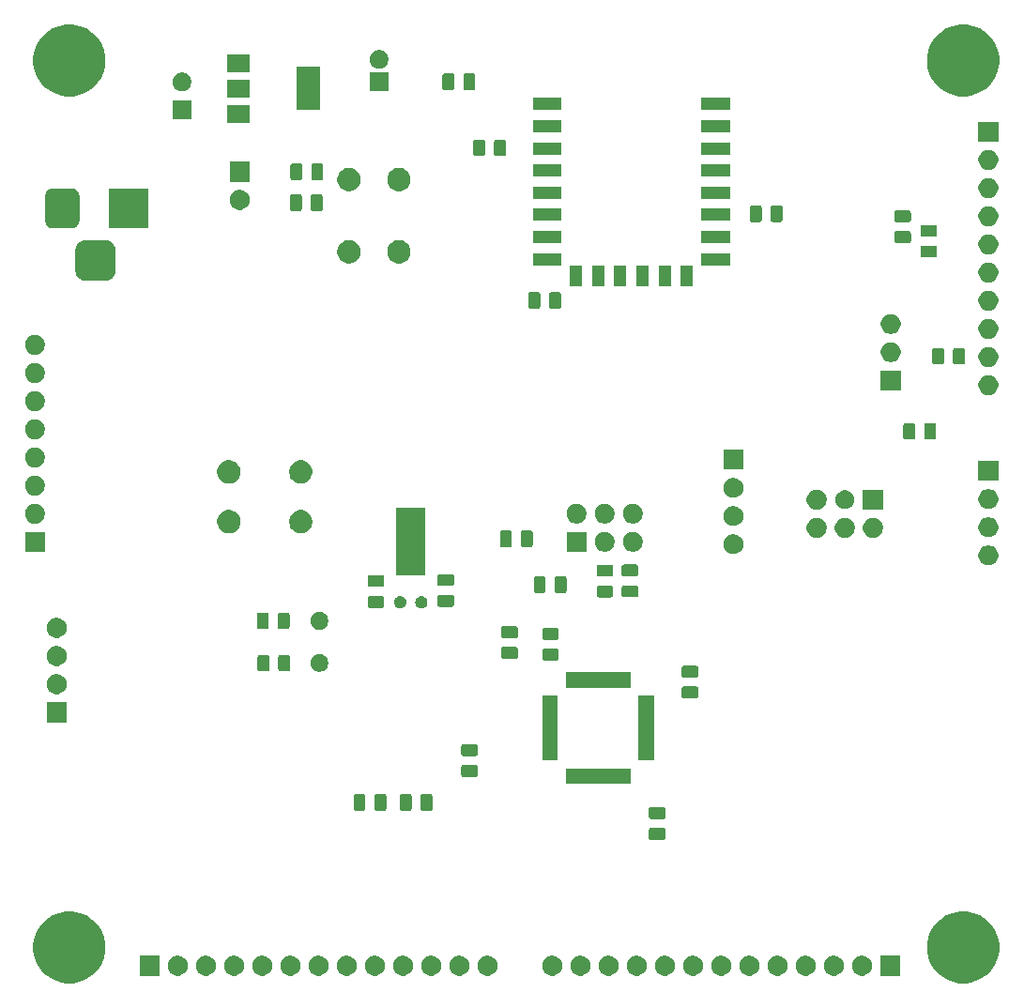
<source format=gbr>
G04 #@! TF.GenerationSoftware,KiCad,Pcbnew,(5.1.6)-1*
G04 #@! TF.CreationDate,2020-10-12T10:23:52+03:00*
G04 #@! TF.ProjectId,STM32_ESP8266_devboard,53544d33-325f-4455-9350-383236365f64,rev?*
G04 #@! TF.SameCoordinates,Original*
G04 #@! TF.FileFunction,Soldermask,Top*
G04 #@! TF.FilePolarity,Negative*
%FSLAX46Y46*%
G04 Gerber Fmt 4.6, Leading zero omitted, Abs format (unit mm)*
G04 Created by KiCad (PCBNEW (5.1.6)-1) date 2020-10-12 10:23:52*
%MOMM*%
%LPD*%
G01*
G04 APERTURE LIST*
%ADD10C,0.100000*%
G04 APERTURE END LIST*
D10*
G36*
X206374239Y-130796467D02*
G01*
X206688282Y-130858934D01*
X207279926Y-131104001D01*
X207812392Y-131459784D01*
X208265216Y-131912608D01*
X208620999Y-132445074D01*
X208866066Y-133036718D01*
X208991000Y-133664804D01*
X208991000Y-134305196D01*
X208866066Y-134933282D01*
X208620999Y-135524926D01*
X208265216Y-136057392D01*
X207812392Y-136510216D01*
X207279926Y-136865999D01*
X206688282Y-137111066D01*
X206374239Y-137173533D01*
X206060197Y-137236000D01*
X205419803Y-137236000D01*
X205105761Y-137173533D01*
X204791718Y-137111066D01*
X204200074Y-136865999D01*
X203667608Y-136510216D01*
X203214784Y-136057392D01*
X202859001Y-135524926D01*
X202613934Y-134933282D01*
X202489000Y-134305196D01*
X202489000Y-133664804D01*
X202613934Y-133036718D01*
X202859001Y-132445074D01*
X203214784Y-131912608D01*
X203667608Y-131459784D01*
X204200074Y-131104001D01*
X204791718Y-130858934D01*
X205105761Y-130796467D01*
X205419803Y-130734000D01*
X206060197Y-130734000D01*
X206374239Y-130796467D01*
G37*
G36*
X125729239Y-130796467D02*
G01*
X126043282Y-130858934D01*
X126634926Y-131104001D01*
X127167392Y-131459784D01*
X127620216Y-131912608D01*
X127975999Y-132445074D01*
X128221066Y-133036718D01*
X128346000Y-133664804D01*
X128346000Y-134305196D01*
X128221066Y-134933282D01*
X127975999Y-135524926D01*
X127620216Y-136057392D01*
X127167392Y-136510216D01*
X126634926Y-136865999D01*
X126043282Y-137111066D01*
X125729239Y-137173533D01*
X125415197Y-137236000D01*
X124774803Y-137236000D01*
X124460761Y-137173533D01*
X124146718Y-137111066D01*
X123555074Y-136865999D01*
X123022608Y-136510216D01*
X122569784Y-136057392D01*
X122214001Y-135524926D01*
X121968934Y-134933282D01*
X121844000Y-134305196D01*
X121844000Y-133664804D01*
X121968934Y-133036718D01*
X122214001Y-132445074D01*
X122569784Y-131912608D01*
X123022608Y-131459784D01*
X123555074Y-131104001D01*
X124146718Y-130858934D01*
X124460761Y-130796467D01*
X124774803Y-130734000D01*
X125415197Y-130734000D01*
X125729239Y-130796467D01*
G37*
G36*
X140067512Y-134739927D02*
G01*
X140216812Y-134769624D01*
X140380784Y-134837544D01*
X140528354Y-134936147D01*
X140653853Y-135061646D01*
X140752456Y-135209216D01*
X140820376Y-135373188D01*
X140855000Y-135547259D01*
X140855000Y-135724741D01*
X140820376Y-135898812D01*
X140752456Y-136062784D01*
X140653853Y-136210354D01*
X140528354Y-136335853D01*
X140380784Y-136434456D01*
X140216812Y-136502376D01*
X140067512Y-136532073D01*
X140042742Y-136537000D01*
X139865258Y-136537000D01*
X139840488Y-136532073D01*
X139691188Y-136502376D01*
X139527216Y-136434456D01*
X139379646Y-136335853D01*
X139254147Y-136210354D01*
X139155544Y-136062784D01*
X139087624Y-135898812D01*
X139053000Y-135724741D01*
X139053000Y-135547259D01*
X139087624Y-135373188D01*
X139155544Y-135209216D01*
X139254147Y-135061646D01*
X139379646Y-134936147D01*
X139527216Y-134837544D01*
X139691188Y-134769624D01*
X139840488Y-134739927D01*
X139865258Y-134735000D01*
X140042742Y-134735000D01*
X140067512Y-134739927D01*
G37*
G36*
X168769512Y-134739927D02*
G01*
X168918812Y-134769624D01*
X169082784Y-134837544D01*
X169230354Y-134936147D01*
X169355853Y-135061646D01*
X169454456Y-135209216D01*
X169522376Y-135373188D01*
X169557000Y-135547259D01*
X169557000Y-135724741D01*
X169522376Y-135898812D01*
X169454456Y-136062784D01*
X169355853Y-136210354D01*
X169230354Y-136335853D01*
X169082784Y-136434456D01*
X168918812Y-136502376D01*
X168769512Y-136532073D01*
X168744742Y-136537000D01*
X168567258Y-136537000D01*
X168542488Y-136532073D01*
X168393188Y-136502376D01*
X168229216Y-136434456D01*
X168081646Y-136335853D01*
X167956147Y-136210354D01*
X167857544Y-136062784D01*
X167789624Y-135898812D01*
X167755000Y-135724741D01*
X167755000Y-135547259D01*
X167789624Y-135373188D01*
X167857544Y-135209216D01*
X167956147Y-135061646D01*
X168081646Y-134936147D01*
X168229216Y-134837544D01*
X168393188Y-134769624D01*
X168542488Y-134739927D01*
X168567258Y-134735000D01*
X168744742Y-134735000D01*
X168769512Y-134739927D01*
G37*
G36*
X133235000Y-136537000D02*
G01*
X131433000Y-136537000D01*
X131433000Y-134735000D01*
X133235000Y-134735000D01*
X133235000Y-136537000D01*
G37*
G36*
X134987512Y-134739927D02*
G01*
X135136812Y-134769624D01*
X135300784Y-134837544D01*
X135448354Y-134936147D01*
X135573853Y-135061646D01*
X135672456Y-135209216D01*
X135740376Y-135373188D01*
X135775000Y-135547259D01*
X135775000Y-135724741D01*
X135740376Y-135898812D01*
X135672456Y-136062784D01*
X135573853Y-136210354D01*
X135448354Y-136335853D01*
X135300784Y-136434456D01*
X135136812Y-136502376D01*
X134987512Y-136532073D01*
X134962742Y-136537000D01*
X134785258Y-136537000D01*
X134760488Y-136532073D01*
X134611188Y-136502376D01*
X134447216Y-136434456D01*
X134299646Y-136335853D01*
X134174147Y-136210354D01*
X134075544Y-136062784D01*
X134007624Y-135898812D01*
X133973000Y-135724741D01*
X133973000Y-135547259D01*
X134007624Y-135373188D01*
X134075544Y-135209216D01*
X134174147Y-135061646D01*
X134299646Y-134936147D01*
X134447216Y-134837544D01*
X134611188Y-134769624D01*
X134760488Y-134739927D01*
X134785258Y-134735000D01*
X134962742Y-134735000D01*
X134987512Y-134739927D01*
G37*
G36*
X137527512Y-134739927D02*
G01*
X137676812Y-134769624D01*
X137840784Y-134837544D01*
X137988354Y-134936147D01*
X138113853Y-135061646D01*
X138212456Y-135209216D01*
X138280376Y-135373188D01*
X138315000Y-135547259D01*
X138315000Y-135724741D01*
X138280376Y-135898812D01*
X138212456Y-136062784D01*
X138113853Y-136210354D01*
X137988354Y-136335853D01*
X137840784Y-136434456D01*
X137676812Y-136502376D01*
X137527512Y-136532073D01*
X137502742Y-136537000D01*
X137325258Y-136537000D01*
X137300488Y-136532073D01*
X137151188Y-136502376D01*
X136987216Y-136434456D01*
X136839646Y-136335853D01*
X136714147Y-136210354D01*
X136615544Y-136062784D01*
X136547624Y-135898812D01*
X136513000Y-135724741D01*
X136513000Y-135547259D01*
X136547624Y-135373188D01*
X136615544Y-135209216D01*
X136714147Y-135061646D01*
X136839646Y-134936147D01*
X136987216Y-134837544D01*
X137151188Y-134769624D01*
X137300488Y-134739927D01*
X137325258Y-134735000D01*
X137502742Y-134735000D01*
X137527512Y-134739927D01*
G37*
G36*
X142607512Y-134739927D02*
G01*
X142756812Y-134769624D01*
X142920784Y-134837544D01*
X143068354Y-134936147D01*
X143193853Y-135061646D01*
X143292456Y-135209216D01*
X143360376Y-135373188D01*
X143395000Y-135547259D01*
X143395000Y-135724741D01*
X143360376Y-135898812D01*
X143292456Y-136062784D01*
X143193853Y-136210354D01*
X143068354Y-136335853D01*
X142920784Y-136434456D01*
X142756812Y-136502376D01*
X142607512Y-136532073D01*
X142582742Y-136537000D01*
X142405258Y-136537000D01*
X142380488Y-136532073D01*
X142231188Y-136502376D01*
X142067216Y-136434456D01*
X141919646Y-136335853D01*
X141794147Y-136210354D01*
X141695544Y-136062784D01*
X141627624Y-135898812D01*
X141593000Y-135724741D01*
X141593000Y-135547259D01*
X141627624Y-135373188D01*
X141695544Y-135209216D01*
X141794147Y-135061646D01*
X141919646Y-134936147D01*
X142067216Y-134837544D01*
X142231188Y-134769624D01*
X142380488Y-134739927D01*
X142405258Y-134735000D01*
X142582742Y-134735000D01*
X142607512Y-134739927D01*
G37*
G36*
X145147512Y-134739927D02*
G01*
X145296812Y-134769624D01*
X145460784Y-134837544D01*
X145608354Y-134936147D01*
X145733853Y-135061646D01*
X145832456Y-135209216D01*
X145900376Y-135373188D01*
X145935000Y-135547259D01*
X145935000Y-135724741D01*
X145900376Y-135898812D01*
X145832456Y-136062784D01*
X145733853Y-136210354D01*
X145608354Y-136335853D01*
X145460784Y-136434456D01*
X145296812Y-136502376D01*
X145147512Y-136532073D01*
X145122742Y-136537000D01*
X144945258Y-136537000D01*
X144920488Y-136532073D01*
X144771188Y-136502376D01*
X144607216Y-136434456D01*
X144459646Y-136335853D01*
X144334147Y-136210354D01*
X144235544Y-136062784D01*
X144167624Y-135898812D01*
X144133000Y-135724741D01*
X144133000Y-135547259D01*
X144167624Y-135373188D01*
X144235544Y-135209216D01*
X144334147Y-135061646D01*
X144459646Y-134936147D01*
X144607216Y-134837544D01*
X144771188Y-134769624D01*
X144920488Y-134739927D01*
X144945258Y-134735000D01*
X145122742Y-134735000D01*
X145147512Y-134739927D01*
G37*
G36*
X147687512Y-134739927D02*
G01*
X147836812Y-134769624D01*
X148000784Y-134837544D01*
X148148354Y-134936147D01*
X148273853Y-135061646D01*
X148372456Y-135209216D01*
X148440376Y-135373188D01*
X148475000Y-135547259D01*
X148475000Y-135724741D01*
X148440376Y-135898812D01*
X148372456Y-136062784D01*
X148273853Y-136210354D01*
X148148354Y-136335853D01*
X148000784Y-136434456D01*
X147836812Y-136502376D01*
X147687512Y-136532073D01*
X147662742Y-136537000D01*
X147485258Y-136537000D01*
X147460488Y-136532073D01*
X147311188Y-136502376D01*
X147147216Y-136434456D01*
X146999646Y-136335853D01*
X146874147Y-136210354D01*
X146775544Y-136062784D01*
X146707624Y-135898812D01*
X146673000Y-135724741D01*
X146673000Y-135547259D01*
X146707624Y-135373188D01*
X146775544Y-135209216D01*
X146874147Y-135061646D01*
X146999646Y-134936147D01*
X147147216Y-134837544D01*
X147311188Y-134769624D01*
X147460488Y-134739927D01*
X147485258Y-134735000D01*
X147662742Y-134735000D01*
X147687512Y-134739927D01*
G37*
G36*
X150227512Y-134739927D02*
G01*
X150376812Y-134769624D01*
X150540784Y-134837544D01*
X150688354Y-134936147D01*
X150813853Y-135061646D01*
X150912456Y-135209216D01*
X150980376Y-135373188D01*
X151015000Y-135547259D01*
X151015000Y-135724741D01*
X150980376Y-135898812D01*
X150912456Y-136062784D01*
X150813853Y-136210354D01*
X150688354Y-136335853D01*
X150540784Y-136434456D01*
X150376812Y-136502376D01*
X150227512Y-136532073D01*
X150202742Y-136537000D01*
X150025258Y-136537000D01*
X150000488Y-136532073D01*
X149851188Y-136502376D01*
X149687216Y-136434456D01*
X149539646Y-136335853D01*
X149414147Y-136210354D01*
X149315544Y-136062784D01*
X149247624Y-135898812D01*
X149213000Y-135724741D01*
X149213000Y-135547259D01*
X149247624Y-135373188D01*
X149315544Y-135209216D01*
X149414147Y-135061646D01*
X149539646Y-134936147D01*
X149687216Y-134837544D01*
X149851188Y-134769624D01*
X150000488Y-134739927D01*
X150025258Y-134735000D01*
X150202742Y-134735000D01*
X150227512Y-134739927D01*
G37*
G36*
X152767512Y-134739927D02*
G01*
X152916812Y-134769624D01*
X153080784Y-134837544D01*
X153228354Y-134936147D01*
X153353853Y-135061646D01*
X153452456Y-135209216D01*
X153520376Y-135373188D01*
X153555000Y-135547259D01*
X153555000Y-135724741D01*
X153520376Y-135898812D01*
X153452456Y-136062784D01*
X153353853Y-136210354D01*
X153228354Y-136335853D01*
X153080784Y-136434456D01*
X152916812Y-136502376D01*
X152767512Y-136532073D01*
X152742742Y-136537000D01*
X152565258Y-136537000D01*
X152540488Y-136532073D01*
X152391188Y-136502376D01*
X152227216Y-136434456D01*
X152079646Y-136335853D01*
X151954147Y-136210354D01*
X151855544Y-136062784D01*
X151787624Y-135898812D01*
X151753000Y-135724741D01*
X151753000Y-135547259D01*
X151787624Y-135373188D01*
X151855544Y-135209216D01*
X151954147Y-135061646D01*
X152079646Y-134936147D01*
X152227216Y-134837544D01*
X152391188Y-134769624D01*
X152540488Y-134739927D01*
X152565258Y-134735000D01*
X152742742Y-134735000D01*
X152767512Y-134739927D01*
G37*
G36*
X155307512Y-134739927D02*
G01*
X155456812Y-134769624D01*
X155620784Y-134837544D01*
X155768354Y-134936147D01*
X155893853Y-135061646D01*
X155992456Y-135209216D01*
X156060376Y-135373188D01*
X156095000Y-135547259D01*
X156095000Y-135724741D01*
X156060376Y-135898812D01*
X155992456Y-136062784D01*
X155893853Y-136210354D01*
X155768354Y-136335853D01*
X155620784Y-136434456D01*
X155456812Y-136502376D01*
X155307512Y-136532073D01*
X155282742Y-136537000D01*
X155105258Y-136537000D01*
X155080488Y-136532073D01*
X154931188Y-136502376D01*
X154767216Y-136434456D01*
X154619646Y-136335853D01*
X154494147Y-136210354D01*
X154395544Y-136062784D01*
X154327624Y-135898812D01*
X154293000Y-135724741D01*
X154293000Y-135547259D01*
X154327624Y-135373188D01*
X154395544Y-135209216D01*
X154494147Y-135061646D01*
X154619646Y-134936147D01*
X154767216Y-134837544D01*
X154931188Y-134769624D01*
X155080488Y-134739927D01*
X155105258Y-134735000D01*
X155282742Y-134735000D01*
X155307512Y-134739927D01*
G37*
G36*
X157847512Y-134739927D02*
G01*
X157996812Y-134769624D01*
X158160784Y-134837544D01*
X158308354Y-134936147D01*
X158433853Y-135061646D01*
X158532456Y-135209216D01*
X158600376Y-135373188D01*
X158635000Y-135547259D01*
X158635000Y-135724741D01*
X158600376Y-135898812D01*
X158532456Y-136062784D01*
X158433853Y-136210354D01*
X158308354Y-136335853D01*
X158160784Y-136434456D01*
X157996812Y-136502376D01*
X157847512Y-136532073D01*
X157822742Y-136537000D01*
X157645258Y-136537000D01*
X157620488Y-136532073D01*
X157471188Y-136502376D01*
X157307216Y-136434456D01*
X157159646Y-136335853D01*
X157034147Y-136210354D01*
X156935544Y-136062784D01*
X156867624Y-135898812D01*
X156833000Y-135724741D01*
X156833000Y-135547259D01*
X156867624Y-135373188D01*
X156935544Y-135209216D01*
X157034147Y-135061646D01*
X157159646Y-134936147D01*
X157307216Y-134837544D01*
X157471188Y-134769624D01*
X157620488Y-134739927D01*
X157645258Y-134735000D01*
X157822742Y-134735000D01*
X157847512Y-134739927D01*
G37*
G36*
X160387512Y-134739927D02*
G01*
X160536812Y-134769624D01*
X160700784Y-134837544D01*
X160848354Y-134936147D01*
X160973853Y-135061646D01*
X161072456Y-135209216D01*
X161140376Y-135373188D01*
X161175000Y-135547259D01*
X161175000Y-135724741D01*
X161140376Y-135898812D01*
X161072456Y-136062784D01*
X160973853Y-136210354D01*
X160848354Y-136335853D01*
X160700784Y-136434456D01*
X160536812Y-136502376D01*
X160387512Y-136532073D01*
X160362742Y-136537000D01*
X160185258Y-136537000D01*
X160160488Y-136532073D01*
X160011188Y-136502376D01*
X159847216Y-136434456D01*
X159699646Y-136335853D01*
X159574147Y-136210354D01*
X159475544Y-136062784D01*
X159407624Y-135898812D01*
X159373000Y-135724741D01*
X159373000Y-135547259D01*
X159407624Y-135373188D01*
X159475544Y-135209216D01*
X159574147Y-135061646D01*
X159699646Y-134936147D01*
X159847216Y-134837544D01*
X160011188Y-134769624D01*
X160160488Y-134739927D01*
X160185258Y-134735000D01*
X160362742Y-134735000D01*
X160387512Y-134739927D01*
G37*
G36*
X171309512Y-134739927D02*
G01*
X171458812Y-134769624D01*
X171622784Y-134837544D01*
X171770354Y-134936147D01*
X171895853Y-135061646D01*
X171994456Y-135209216D01*
X172062376Y-135373188D01*
X172097000Y-135547259D01*
X172097000Y-135724741D01*
X172062376Y-135898812D01*
X171994456Y-136062784D01*
X171895853Y-136210354D01*
X171770354Y-136335853D01*
X171622784Y-136434456D01*
X171458812Y-136502376D01*
X171309512Y-136532073D01*
X171284742Y-136537000D01*
X171107258Y-136537000D01*
X171082488Y-136532073D01*
X170933188Y-136502376D01*
X170769216Y-136434456D01*
X170621646Y-136335853D01*
X170496147Y-136210354D01*
X170397544Y-136062784D01*
X170329624Y-135898812D01*
X170295000Y-135724741D01*
X170295000Y-135547259D01*
X170329624Y-135373188D01*
X170397544Y-135209216D01*
X170496147Y-135061646D01*
X170621646Y-134936147D01*
X170769216Y-134837544D01*
X170933188Y-134769624D01*
X171082488Y-134739927D01*
X171107258Y-134735000D01*
X171284742Y-134735000D01*
X171309512Y-134739927D01*
G37*
G36*
X200037000Y-136537000D02*
G01*
X198235000Y-136537000D01*
X198235000Y-134735000D01*
X200037000Y-134735000D01*
X200037000Y-136537000D01*
G37*
G36*
X196709512Y-134739927D02*
G01*
X196858812Y-134769624D01*
X197022784Y-134837544D01*
X197170354Y-134936147D01*
X197295853Y-135061646D01*
X197394456Y-135209216D01*
X197462376Y-135373188D01*
X197497000Y-135547259D01*
X197497000Y-135724741D01*
X197462376Y-135898812D01*
X197394456Y-136062784D01*
X197295853Y-136210354D01*
X197170354Y-136335853D01*
X197022784Y-136434456D01*
X196858812Y-136502376D01*
X196709512Y-136532073D01*
X196684742Y-136537000D01*
X196507258Y-136537000D01*
X196482488Y-136532073D01*
X196333188Y-136502376D01*
X196169216Y-136434456D01*
X196021646Y-136335853D01*
X195896147Y-136210354D01*
X195797544Y-136062784D01*
X195729624Y-135898812D01*
X195695000Y-135724741D01*
X195695000Y-135547259D01*
X195729624Y-135373188D01*
X195797544Y-135209216D01*
X195896147Y-135061646D01*
X196021646Y-134936147D01*
X196169216Y-134837544D01*
X196333188Y-134769624D01*
X196482488Y-134739927D01*
X196507258Y-134735000D01*
X196684742Y-134735000D01*
X196709512Y-134739927D01*
G37*
G36*
X194169512Y-134739927D02*
G01*
X194318812Y-134769624D01*
X194482784Y-134837544D01*
X194630354Y-134936147D01*
X194755853Y-135061646D01*
X194854456Y-135209216D01*
X194922376Y-135373188D01*
X194957000Y-135547259D01*
X194957000Y-135724741D01*
X194922376Y-135898812D01*
X194854456Y-136062784D01*
X194755853Y-136210354D01*
X194630354Y-136335853D01*
X194482784Y-136434456D01*
X194318812Y-136502376D01*
X194169512Y-136532073D01*
X194144742Y-136537000D01*
X193967258Y-136537000D01*
X193942488Y-136532073D01*
X193793188Y-136502376D01*
X193629216Y-136434456D01*
X193481646Y-136335853D01*
X193356147Y-136210354D01*
X193257544Y-136062784D01*
X193189624Y-135898812D01*
X193155000Y-135724741D01*
X193155000Y-135547259D01*
X193189624Y-135373188D01*
X193257544Y-135209216D01*
X193356147Y-135061646D01*
X193481646Y-134936147D01*
X193629216Y-134837544D01*
X193793188Y-134769624D01*
X193942488Y-134739927D01*
X193967258Y-134735000D01*
X194144742Y-134735000D01*
X194169512Y-134739927D01*
G37*
G36*
X191629512Y-134739927D02*
G01*
X191778812Y-134769624D01*
X191942784Y-134837544D01*
X192090354Y-134936147D01*
X192215853Y-135061646D01*
X192314456Y-135209216D01*
X192382376Y-135373188D01*
X192417000Y-135547259D01*
X192417000Y-135724741D01*
X192382376Y-135898812D01*
X192314456Y-136062784D01*
X192215853Y-136210354D01*
X192090354Y-136335853D01*
X191942784Y-136434456D01*
X191778812Y-136502376D01*
X191629512Y-136532073D01*
X191604742Y-136537000D01*
X191427258Y-136537000D01*
X191402488Y-136532073D01*
X191253188Y-136502376D01*
X191089216Y-136434456D01*
X190941646Y-136335853D01*
X190816147Y-136210354D01*
X190717544Y-136062784D01*
X190649624Y-135898812D01*
X190615000Y-135724741D01*
X190615000Y-135547259D01*
X190649624Y-135373188D01*
X190717544Y-135209216D01*
X190816147Y-135061646D01*
X190941646Y-134936147D01*
X191089216Y-134837544D01*
X191253188Y-134769624D01*
X191402488Y-134739927D01*
X191427258Y-134735000D01*
X191604742Y-134735000D01*
X191629512Y-134739927D01*
G37*
G36*
X189089512Y-134739927D02*
G01*
X189238812Y-134769624D01*
X189402784Y-134837544D01*
X189550354Y-134936147D01*
X189675853Y-135061646D01*
X189774456Y-135209216D01*
X189842376Y-135373188D01*
X189877000Y-135547259D01*
X189877000Y-135724741D01*
X189842376Y-135898812D01*
X189774456Y-136062784D01*
X189675853Y-136210354D01*
X189550354Y-136335853D01*
X189402784Y-136434456D01*
X189238812Y-136502376D01*
X189089512Y-136532073D01*
X189064742Y-136537000D01*
X188887258Y-136537000D01*
X188862488Y-136532073D01*
X188713188Y-136502376D01*
X188549216Y-136434456D01*
X188401646Y-136335853D01*
X188276147Y-136210354D01*
X188177544Y-136062784D01*
X188109624Y-135898812D01*
X188075000Y-135724741D01*
X188075000Y-135547259D01*
X188109624Y-135373188D01*
X188177544Y-135209216D01*
X188276147Y-135061646D01*
X188401646Y-134936147D01*
X188549216Y-134837544D01*
X188713188Y-134769624D01*
X188862488Y-134739927D01*
X188887258Y-134735000D01*
X189064742Y-134735000D01*
X189089512Y-134739927D01*
G37*
G36*
X186549512Y-134739927D02*
G01*
X186698812Y-134769624D01*
X186862784Y-134837544D01*
X187010354Y-134936147D01*
X187135853Y-135061646D01*
X187234456Y-135209216D01*
X187302376Y-135373188D01*
X187337000Y-135547259D01*
X187337000Y-135724741D01*
X187302376Y-135898812D01*
X187234456Y-136062784D01*
X187135853Y-136210354D01*
X187010354Y-136335853D01*
X186862784Y-136434456D01*
X186698812Y-136502376D01*
X186549512Y-136532073D01*
X186524742Y-136537000D01*
X186347258Y-136537000D01*
X186322488Y-136532073D01*
X186173188Y-136502376D01*
X186009216Y-136434456D01*
X185861646Y-136335853D01*
X185736147Y-136210354D01*
X185637544Y-136062784D01*
X185569624Y-135898812D01*
X185535000Y-135724741D01*
X185535000Y-135547259D01*
X185569624Y-135373188D01*
X185637544Y-135209216D01*
X185736147Y-135061646D01*
X185861646Y-134936147D01*
X186009216Y-134837544D01*
X186173188Y-134769624D01*
X186322488Y-134739927D01*
X186347258Y-134735000D01*
X186524742Y-134735000D01*
X186549512Y-134739927D01*
G37*
G36*
X181469512Y-134739927D02*
G01*
X181618812Y-134769624D01*
X181782784Y-134837544D01*
X181930354Y-134936147D01*
X182055853Y-135061646D01*
X182154456Y-135209216D01*
X182222376Y-135373188D01*
X182257000Y-135547259D01*
X182257000Y-135724741D01*
X182222376Y-135898812D01*
X182154456Y-136062784D01*
X182055853Y-136210354D01*
X181930354Y-136335853D01*
X181782784Y-136434456D01*
X181618812Y-136502376D01*
X181469512Y-136532073D01*
X181444742Y-136537000D01*
X181267258Y-136537000D01*
X181242488Y-136532073D01*
X181093188Y-136502376D01*
X180929216Y-136434456D01*
X180781646Y-136335853D01*
X180656147Y-136210354D01*
X180557544Y-136062784D01*
X180489624Y-135898812D01*
X180455000Y-135724741D01*
X180455000Y-135547259D01*
X180489624Y-135373188D01*
X180557544Y-135209216D01*
X180656147Y-135061646D01*
X180781646Y-134936147D01*
X180929216Y-134837544D01*
X181093188Y-134769624D01*
X181242488Y-134739927D01*
X181267258Y-134735000D01*
X181444742Y-134735000D01*
X181469512Y-134739927D01*
G37*
G36*
X162927512Y-134739927D02*
G01*
X163076812Y-134769624D01*
X163240784Y-134837544D01*
X163388354Y-134936147D01*
X163513853Y-135061646D01*
X163612456Y-135209216D01*
X163680376Y-135373188D01*
X163715000Y-135547259D01*
X163715000Y-135724741D01*
X163680376Y-135898812D01*
X163612456Y-136062784D01*
X163513853Y-136210354D01*
X163388354Y-136335853D01*
X163240784Y-136434456D01*
X163076812Y-136502376D01*
X162927512Y-136532073D01*
X162902742Y-136537000D01*
X162725258Y-136537000D01*
X162700488Y-136532073D01*
X162551188Y-136502376D01*
X162387216Y-136434456D01*
X162239646Y-136335853D01*
X162114147Y-136210354D01*
X162015544Y-136062784D01*
X161947624Y-135898812D01*
X161913000Y-135724741D01*
X161913000Y-135547259D01*
X161947624Y-135373188D01*
X162015544Y-135209216D01*
X162114147Y-135061646D01*
X162239646Y-134936147D01*
X162387216Y-134837544D01*
X162551188Y-134769624D01*
X162700488Y-134739927D01*
X162725258Y-134735000D01*
X162902742Y-134735000D01*
X162927512Y-134739927D01*
G37*
G36*
X173849512Y-134739927D02*
G01*
X173998812Y-134769624D01*
X174162784Y-134837544D01*
X174310354Y-134936147D01*
X174435853Y-135061646D01*
X174534456Y-135209216D01*
X174602376Y-135373188D01*
X174637000Y-135547259D01*
X174637000Y-135724741D01*
X174602376Y-135898812D01*
X174534456Y-136062784D01*
X174435853Y-136210354D01*
X174310354Y-136335853D01*
X174162784Y-136434456D01*
X173998812Y-136502376D01*
X173849512Y-136532073D01*
X173824742Y-136537000D01*
X173647258Y-136537000D01*
X173622488Y-136532073D01*
X173473188Y-136502376D01*
X173309216Y-136434456D01*
X173161646Y-136335853D01*
X173036147Y-136210354D01*
X172937544Y-136062784D01*
X172869624Y-135898812D01*
X172835000Y-135724741D01*
X172835000Y-135547259D01*
X172869624Y-135373188D01*
X172937544Y-135209216D01*
X173036147Y-135061646D01*
X173161646Y-134936147D01*
X173309216Y-134837544D01*
X173473188Y-134769624D01*
X173622488Y-134739927D01*
X173647258Y-134735000D01*
X173824742Y-134735000D01*
X173849512Y-134739927D01*
G37*
G36*
X176389512Y-134739927D02*
G01*
X176538812Y-134769624D01*
X176702784Y-134837544D01*
X176850354Y-134936147D01*
X176975853Y-135061646D01*
X177074456Y-135209216D01*
X177142376Y-135373188D01*
X177177000Y-135547259D01*
X177177000Y-135724741D01*
X177142376Y-135898812D01*
X177074456Y-136062784D01*
X176975853Y-136210354D01*
X176850354Y-136335853D01*
X176702784Y-136434456D01*
X176538812Y-136502376D01*
X176389512Y-136532073D01*
X176364742Y-136537000D01*
X176187258Y-136537000D01*
X176162488Y-136532073D01*
X176013188Y-136502376D01*
X175849216Y-136434456D01*
X175701646Y-136335853D01*
X175576147Y-136210354D01*
X175477544Y-136062784D01*
X175409624Y-135898812D01*
X175375000Y-135724741D01*
X175375000Y-135547259D01*
X175409624Y-135373188D01*
X175477544Y-135209216D01*
X175576147Y-135061646D01*
X175701646Y-134936147D01*
X175849216Y-134837544D01*
X176013188Y-134769624D01*
X176162488Y-134739927D01*
X176187258Y-134735000D01*
X176364742Y-134735000D01*
X176389512Y-134739927D01*
G37*
G36*
X184009512Y-134739927D02*
G01*
X184158812Y-134769624D01*
X184322784Y-134837544D01*
X184470354Y-134936147D01*
X184595853Y-135061646D01*
X184694456Y-135209216D01*
X184762376Y-135373188D01*
X184797000Y-135547259D01*
X184797000Y-135724741D01*
X184762376Y-135898812D01*
X184694456Y-136062784D01*
X184595853Y-136210354D01*
X184470354Y-136335853D01*
X184322784Y-136434456D01*
X184158812Y-136502376D01*
X184009512Y-136532073D01*
X183984742Y-136537000D01*
X183807258Y-136537000D01*
X183782488Y-136532073D01*
X183633188Y-136502376D01*
X183469216Y-136434456D01*
X183321646Y-136335853D01*
X183196147Y-136210354D01*
X183097544Y-136062784D01*
X183029624Y-135898812D01*
X182995000Y-135724741D01*
X182995000Y-135547259D01*
X183029624Y-135373188D01*
X183097544Y-135209216D01*
X183196147Y-135061646D01*
X183321646Y-134936147D01*
X183469216Y-134837544D01*
X183633188Y-134769624D01*
X183782488Y-134739927D01*
X183807258Y-134735000D01*
X183984742Y-134735000D01*
X184009512Y-134739927D01*
G37*
G36*
X178929512Y-134739927D02*
G01*
X179078812Y-134769624D01*
X179242784Y-134837544D01*
X179390354Y-134936147D01*
X179515853Y-135061646D01*
X179614456Y-135209216D01*
X179682376Y-135373188D01*
X179717000Y-135547259D01*
X179717000Y-135724741D01*
X179682376Y-135898812D01*
X179614456Y-136062784D01*
X179515853Y-136210354D01*
X179390354Y-136335853D01*
X179242784Y-136434456D01*
X179078812Y-136502376D01*
X178929512Y-136532073D01*
X178904742Y-136537000D01*
X178727258Y-136537000D01*
X178702488Y-136532073D01*
X178553188Y-136502376D01*
X178389216Y-136434456D01*
X178241646Y-136335853D01*
X178116147Y-136210354D01*
X178017544Y-136062784D01*
X177949624Y-135898812D01*
X177915000Y-135724741D01*
X177915000Y-135547259D01*
X177949624Y-135373188D01*
X178017544Y-135209216D01*
X178116147Y-135061646D01*
X178241646Y-134936147D01*
X178389216Y-134837544D01*
X178553188Y-134769624D01*
X178702488Y-134739927D01*
X178727258Y-134735000D01*
X178904742Y-134735000D01*
X178929512Y-134739927D01*
G37*
G36*
X178714468Y-123201065D02*
G01*
X178753138Y-123212796D01*
X178788777Y-123231846D01*
X178820017Y-123257483D01*
X178845654Y-123288723D01*
X178864704Y-123324362D01*
X178876435Y-123363032D01*
X178881000Y-123409388D01*
X178881000Y-124060612D01*
X178876435Y-124106968D01*
X178864704Y-124145638D01*
X178845654Y-124181277D01*
X178820017Y-124212517D01*
X178788777Y-124238154D01*
X178753138Y-124257204D01*
X178714468Y-124268935D01*
X178668112Y-124273500D01*
X177591888Y-124273500D01*
X177545532Y-124268935D01*
X177506862Y-124257204D01*
X177471223Y-124238154D01*
X177439983Y-124212517D01*
X177414346Y-124181277D01*
X177395296Y-124145638D01*
X177383565Y-124106968D01*
X177379000Y-124060612D01*
X177379000Y-123409388D01*
X177383565Y-123363032D01*
X177395296Y-123324362D01*
X177414346Y-123288723D01*
X177439983Y-123257483D01*
X177471223Y-123231846D01*
X177506862Y-123212796D01*
X177545532Y-123201065D01*
X177591888Y-123196500D01*
X178668112Y-123196500D01*
X178714468Y-123201065D01*
G37*
G36*
X178714468Y-121326065D02*
G01*
X178753138Y-121337796D01*
X178788777Y-121356846D01*
X178820017Y-121382483D01*
X178845654Y-121413723D01*
X178864704Y-121449362D01*
X178876435Y-121488032D01*
X178881000Y-121534388D01*
X178881000Y-122185612D01*
X178876435Y-122231968D01*
X178864704Y-122270638D01*
X178845654Y-122306277D01*
X178820017Y-122337517D01*
X178788777Y-122363154D01*
X178753138Y-122382204D01*
X178714468Y-122393935D01*
X178668112Y-122398500D01*
X177591888Y-122398500D01*
X177545532Y-122393935D01*
X177506862Y-122382204D01*
X177471223Y-122363154D01*
X177439983Y-122337517D01*
X177414346Y-122306277D01*
X177395296Y-122270638D01*
X177383565Y-122231968D01*
X177379000Y-122185612D01*
X177379000Y-121534388D01*
X177383565Y-121488032D01*
X177395296Y-121449362D01*
X177414346Y-121413723D01*
X177439983Y-121382483D01*
X177471223Y-121356846D01*
X177506862Y-121337796D01*
X177545532Y-121326065D01*
X177591888Y-121321500D01*
X178668112Y-121321500D01*
X178714468Y-121326065D01*
G37*
G36*
X157694968Y-120157565D02*
G01*
X157733638Y-120169296D01*
X157769277Y-120188346D01*
X157800517Y-120213983D01*
X157826154Y-120245223D01*
X157845204Y-120280862D01*
X157856935Y-120319532D01*
X157861500Y-120365888D01*
X157861500Y-121442112D01*
X157856935Y-121488468D01*
X157845204Y-121527138D01*
X157826154Y-121562777D01*
X157800517Y-121594017D01*
X157769277Y-121619654D01*
X157733638Y-121638704D01*
X157694968Y-121650435D01*
X157648612Y-121655000D01*
X156997388Y-121655000D01*
X156951032Y-121650435D01*
X156912362Y-121638704D01*
X156876723Y-121619654D01*
X156845483Y-121594017D01*
X156819846Y-121562777D01*
X156800796Y-121527138D01*
X156789065Y-121488468D01*
X156784500Y-121442112D01*
X156784500Y-120365888D01*
X156789065Y-120319532D01*
X156800796Y-120280862D01*
X156819846Y-120245223D01*
X156845483Y-120213983D01*
X156876723Y-120188346D01*
X156912362Y-120169296D01*
X156951032Y-120157565D01*
X156997388Y-120153000D01*
X157648612Y-120153000D01*
X157694968Y-120157565D01*
G37*
G36*
X155819968Y-120157565D02*
G01*
X155858638Y-120169296D01*
X155894277Y-120188346D01*
X155925517Y-120213983D01*
X155951154Y-120245223D01*
X155970204Y-120280862D01*
X155981935Y-120319532D01*
X155986500Y-120365888D01*
X155986500Y-121442112D01*
X155981935Y-121488468D01*
X155970204Y-121527138D01*
X155951154Y-121562777D01*
X155925517Y-121594017D01*
X155894277Y-121619654D01*
X155858638Y-121638704D01*
X155819968Y-121650435D01*
X155773612Y-121655000D01*
X155122388Y-121655000D01*
X155076032Y-121650435D01*
X155037362Y-121638704D01*
X155001723Y-121619654D01*
X154970483Y-121594017D01*
X154944846Y-121562777D01*
X154925796Y-121527138D01*
X154914065Y-121488468D01*
X154909500Y-121442112D01*
X154909500Y-120365888D01*
X154914065Y-120319532D01*
X154925796Y-120280862D01*
X154944846Y-120245223D01*
X154970483Y-120213983D01*
X155001723Y-120188346D01*
X155037362Y-120169296D01*
X155076032Y-120157565D01*
X155122388Y-120153000D01*
X155773612Y-120153000D01*
X155819968Y-120157565D01*
G37*
G36*
X151658968Y-120157565D02*
G01*
X151697638Y-120169296D01*
X151733277Y-120188346D01*
X151764517Y-120213983D01*
X151790154Y-120245223D01*
X151809204Y-120280862D01*
X151820935Y-120319532D01*
X151825500Y-120365888D01*
X151825500Y-121442112D01*
X151820935Y-121488468D01*
X151809204Y-121527138D01*
X151790154Y-121562777D01*
X151764517Y-121594017D01*
X151733277Y-121619654D01*
X151697638Y-121638704D01*
X151658968Y-121650435D01*
X151612612Y-121655000D01*
X150961388Y-121655000D01*
X150915032Y-121650435D01*
X150876362Y-121638704D01*
X150840723Y-121619654D01*
X150809483Y-121594017D01*
X150783846Y-121562777D01*
X150764796Y-121527138D01*
X150753065Y-121488468D01*
X150748500Y-121442112D01*
X150748500Y-120365888D01*
X150753065Y-120319532D01*
X150764796Y-120280862D01*
X150783846Y-120245223D01*
X150809483Y-120213983D01*
X150840723Y-120188346D01*
X150876362Y-120169296D01*
X150915032Y-120157565D01*
X150961388Y-120153000D01*
X151612612Y-120153000D01*
X151658968Y-120157565D01*
G37*
G36*
X153533968Y-120157565D02*
G01*
X153572638Y-120169296D01*
X153608277Y-120188346D01*
X153639517Y-120213983D01*
X153665154Y-120245223D01*
X153684204Y-120280862D01*
X153695935Y-120319532D01*
X153700500Y-120365888D01*
X153700500Y-121442112D01*
X153695935Y-121488468D01*
X153684204Y-121527138D01*
X153665154Y-121562777D01*
X153639517Y-121594017D01*
X153608277Y-121619654D01*
X153572638Y-121638704D01*
X153533968Y-121650435D01*
X153487612Y-121655000D01*
X152836388Y-121655000D01*
X152790032Y-121650435D01*
X152751362Y-121638704D01*
X152715723Y-121619654D01*
X152684483Y-121594017D01*
X152658846Y-121562777D01*
X152639796Y-121527138D01*
X152628065Y-121488468D01*
X152623500Y-121442112D01*
X152623500Y-120365888D01*
X152628065Y-120319532D01*
X152639796Y-120280862D01*
X152658846Y-120245223D01*
X152684483Y-120213983D01*
X152715723Y-120188346D01*
X152751362Y-120169296D01*
X152790032Y-120157565D01*
X152836388Y-120153000D01*
X153487612Y-120153000D01*
X153533968Y-120157565D01*
G37*
G36*
X175726000Y-119251000D02*
G01*
X169874000Y-119251000D01*
X169874000Y-117849000D01*
X175726000Y-117849000D01*
X175726000Y-119251000D01*
G37*
G36*
X161784468Y-117526065D02*
G01*
X161823138Y-117537796D01*
X161858777Y-117556846D01*
X161890017Y-117582483D01*
X161915654Y-117613723D01*
X161934704Y-117649362D01*
X161946435Y-117688032D01*
X161951000Y-117734388D01*
X161951000Y-118385612D01*
X161946435Y-118431968D01*
X161934704Y-118470638D01*
X161915654Y-118506277D01*
X161890017Y-118537517D01*
X161858777Y-118563154D01*
X161823138Y-118582204D01*
X161784468Y-118593935D01*
X161738112Y-118598500D01*
X160661888Y-118598500D01*
X160615532Y-118593935D01*
X160576862Y-118582204D01*
X160541223Y-118563154D01*
X160509983Y-118537517D01*
X160484346Y-118506277D01*
X160465296Y-118470638D01*
X160453565Y-118431968D01*
X160449000Y-118385612D01*
X160449000Y-117734388D01*
X160453565Y-117688032D01*
X160465296Y-117649362D01*
X160484346Y-117613723D01*
X160509983Y-117582483D01*
X160541223Y-117556846D01*
X160576862Y-117537796D01*
X160615532Y-117526065D01*
X160661888Y-117521500D01*
X161738112Y-117521500D01*
X161784468Y-117526065D01*
G37*
G36*
X177851000Y-117126000D02*
G01*
X176449000Y-117126000D01*
X176449000Y-111274000D01*
X177851000Y-111274000D01*
X177851000Y-117126000D01*
G37*
G36*
X169151000Y-117126000D02*
G01*
X167749000Y-117126000D01*
X167749000Y-111274000D01*
X169151000Y-111274000D01*
X169151000Y-117126000D01*
G37*
G36*
X161784468Y-115651065D02*
G01*
X161823138Y-115662796D01*
X161858777Y-115681846D01*
X161890017Y-115707483D01*
X161915654Y-115738723D01*
X161934704Y-115774362D01*
X161946435Y-115813032D01*
X161951000Y-115859388D01*
X161951000Y-116510612D01*
X161946435Y-116556968D01*
X161934704Y-116595638D01*
X161915654Y-116631277D01*
X161890017Y-116662517D01*
X161858777Y-116688154D01*
X161823138Y-116707204D01*
X161784468Y-116718935D01*
X161738112Y-116723500D01*
X160661888Y-116723500D01*
X160615532Y-116718935D01*
X160576862Y-116707204D01*
X160541223Y-116688154D01*
X160509983Y-116662517D01*
X160484346Y-116631277D01*
X160465296Y-116595638D01*
X160453565Y-116556968D01*
X160449000Y-116510612D01*
X160449000Y-115859388D01*
X160453565Y-115813032D01*
X160465296Y-115774362D01*
X160484346Y-115738723D01*
X160509983Y-115707483D01*
X160541223Y-115681846D01*
X160576862Y-115662796D01*
X160615532Y-115651065D01*
X160661888Y-115646500D01*
X161738112Y-115646500D01*
X161784468Y-115651065D01*
G37*
G36*
X124853000Y-113677000D02*
G01*
X123051000Y-113677000D01*
X123051000Y-111875000D01*
X124853000Y-111875000D01*
X124853000Y-113677000D01*
G37*
G36*
X181674468Y-110441065D02*
G01*
X181713138Y-110452796D01*
X181748777Y-110471846D01*
X181780017Y-110497483D01*
X181805654Y-110528723D01*
X181824704Y-110564362D01*
X181836435Y-110603032D01*
X181841000Y-110649388D01*
X181841000Y-111300612D01*
X181836435Y-111346968D01*
X181824704Y-111385638D01*
X181805654Y-111421277D01*
X181780017Y-111452517D01*
X181748777Y-111478154D01*
X181713138Y-111497204D01*
X181674468Y-111508935D01*
X181628112Y-111513500D01*
X180551888Y-111513500D01*
X180505532Y-111508935D01*
X180466862Y-111497204D01*
X180431223Y-111478154D01*
X180399983Y-111452517D01*
X180374346Y-111421277D01*
X180355296Y-111385638D01*
X180343565Y-111346968D01*
X180339000Y-111300612D01*
X180339000Y-110649388D01*
X180343565Y-110603032D01*
X180355296Y-110564362D01*
X180374346Y-110528723D01*
X180399983Y-110497483D01*
X180431223Y-110471846D01*
X180466862Y-110452796D01*
X180505532Y-110441065D01*
X180551888Y-110436500D01*
X181628112Y-110436500D01*
X181674468Y-110441065D01*
G37*
G36*
X124065512Y-109339927D02*
G01*
X124214812Y-109369624D01*
X124378784Y-109437544D01*
X124526354Y-109536147D01*
X124651853Y-109661646D01*
X124750456Y-109809216D01*
X124818376Y-109973188D01*
X124853000Y-110147259D01*
X124853000Y-110324741D01*
X124818376Y-110498812D01*
X124750456Y-110662784D01*
X124651853Y-110810354D01*
X124526354Y-110935853D01*
X124378784Y-111034456D01*
X124214812Y-111102376D01*
X124065512Y-111132073D01*
X124040742Y-111137000D01*
X123863258Y-111137000D01*
X123838488Y-111132073D01*
X123689188Y-111102376D01*
X123525216Y-111034456D01*
X123377646Y-110935853D01*
X123252147Y-110810354D01*
X123153544Y-110662784D01*
X123085624Y-110498812D01*
X123051000Y-110324741D01*
X123051000Y-110147259D01*
X123085624Y-109973188D01*
X123153544Y-109809216D01*
X123252147Y-109661646D01*
X123377646Y-109536147D01*
X123525216Y-109437544D01*
X123689188Y-109369624D01*
X123838488Y-109339927D01*
X123863258Y-109335000D01*
X124040742Y-109335000D01*
X124065512Y-109339927D01*
G37*
G36*
X175726000Y-110551000D02*
G01*
X169874000Y-110551000D01*
X169874000Y-109149000D01*
X175726000Y-109149000D01*
X175726000Y-110551000D01*
G37*
G36*
X181674468Y-108566065D02*
G01*
X181713138Y-108577796D01*
X181748777Y-108596846D01*
X181780017Y-108622483D01*
X181805654Y-108653723D01*
X181824704Y-108689362D01*
X181836435Y-108728032D01*
X181841000Y-108774388D01*
X181841000Y-109425612D01*
X181836435Y-109471968D01*
X181824704Y-109510638D01*
X181805654Y-109546277D01*
X181780017Y-109577517D01*
X181748777Y-109603154D01*
X181713138Y-109622204D01*
X181674468Y-109633935D01*
X181628112Y-109638500D01*
X180551888Y-109638500D01*
X180505532Y-109633935D01*
X180466862Y-109622204D01*
X180431223Y-109603154D01*
X180399983Y-109577517D01*
X180374346Y-109546277D01*
X180355296Y-109510638D01*
X180343565Y-109471968D01*
X180339000Y-109425612D01*
X180339000Y-108774388D01*
X180343565Y-108728032D01*
X180355296Y-108689362D01*
X180374346Y-108653723D01*
X180399983Y-108622483D01*
X180431223Y-108596846D01*
X180466862Y-108577796D01*
X180505532Y-108566065D01*
X180551888Y-108561500D01*
X181628112Y-108561500D01*
X181674468Y-108566065D01*
G37*
G36*
X147883642Y-107549781D02*
G01*
X148029414Y-107610162D01*
X148029416Y-107610163D01*
X148160608Y-107697822D01*
X148272178Y-107809392D01*
X148359837Y-107940584D01*
X148359838Y-107940586D01*
X148420219Y-108086358D01*
X148451000Y-108241107D01*
X148451000Y-108398893D01*
X148420219Y-108553642D01*
X148359838Y-108699414D01*
X148359837Y-108699416D01*
X148272178Y-108830608D01*
X148160608Y-108942178D01*
X148029416Y-109029837D01*
X148029415Y-109029838D01*
X148029414Y-109029838D01*
X147883642Y-109090219D01*
X147728893Y-109121000D01*
X147571107Y-109121000D01*
X147416358Y-109090219D01*
X147270586Y-109029838D01*
X147270585Y-109029838D01*
X147270584Y-109029837D01*
X147139392Y-108942178D01*
X147027822Y-108830608D01*
X146940163Y-108699416D01*
X146940162Y-108699414D01*
X146879781Y-108553642D01*
X146849000Y-108398893D01*
X146849000Y-108241107D01*
X146879781Y-108086358D01*
X146940162Y-107940586D01*
X146940163Y-107940584D01*
X147027822Y-107809392D01*
X147139392Y-107697822D01*
X147270584Y-107610163D01*
X147270586Y-107610162D01*
X147416358Y-107549781D01*
X147571107Y-107519000D01*
X147728893Y-107519000D01*
X147883642Y-107549781D01*
G37*
G36*
X142986968Y-107583565D02*
G01*
X143025638Y-107595296D01*
X143061277Y-107614346D01*
X143092517Y-107639983D01*
X143118154Y-107671223D01*
X143137204Y-107706862D01*
X143148935Y-107745532D01*
X143153500Y-107791888D01*
X143153500Y-108868112D01*
X143148935Y-108914468D01*
X143137204Y-108953138D01*
X143118154Y-108988777D01*
X143092517Y-109020017D01*
X143061277Y-109045654D01*
X143025638Y-109064704D01*
X142986968Y-109076435D01*
X142940612Y-109081000D01*
X142289388Y-109081000D01*
X142243032Y-109076435D01*
X142204362Y-109064704D01*
X142168723Y-109045654D01*
X142137483Y-109020017D01*
X142111846Y-108988777D01*
X142092796Y-108953138D01*
X142081065Y-108914468D01*
X142076500Y-108868112D01*
X142076500Y-107791888D01*
X142081065Y-107745532D01*
X142092796Y-107706862D01*
X142111846Y-107671223D01*
X142137483Y-107639983D01*
X142168723Y-107614346D01*
X142204362Y-107595296D01*
X142243032Y-107583565D01*
X142289388Y-107579000D01*
X142940612Y-107579000D01*
X142986968Y-107583565D01*
G37*
G36*
X144861968Y-107583565D02*
G01*
X144900638Y-107595296D01*
X144936277Y-107614346D01*
X144967517Y-107639983D01*
X144993154Y-107671223D01*
X145012204Y-107706862D01*
X145023935Y-107745532D01*
X145028500Y-107791888D01*
X145028500Y-108868112D01*
X145023935Y-108914468D01*
X145012204Y-108953138D01*
X144993154Y-108988777D01*
X144967517Y-109020017D01*
X144936277Y-109045654D01*
X144900638Y-109064704D01*
X144861968Y-109076435D01*
X144815612Y-109081000D01*
X144164388Y-109081000D01*
X144118032Y-109076435D01*
X144079362Y-109064704D01*
X144043723Y-109045654D01*
X144012483Y-109020017D01*
X143986846Y-108988777D01*
X143967796Y-108953138D01*
X143956065Y-108914468D01*
X143951500Y-108868112D01*
X143951500Y-107791888D01*
X143956065Y-107745532D01*
X143967796Y-107706862D01*
X143986846Y-107671223D01*
X144012483Y-107639983D01*
X144043723Y-107614346D01*
X144079362Y-107595296D01*
X144118032Y-107583565D01*
X144164388Y-107579000D01*
X144815612Y-107579000D01*
X144861968Y-107583565D01*
G37*
G36*
X124065512Y-106799927D02*
G01*
X124214812Y-106829624D01*
X124378784Y-106897544D01*
X124526354Y-106996147D01*
X124651853Y-107121646D01*
X124750456Y-107269216D01*
X124818376Y-107433188D01*
X124841567Y-107549781D01*
X124853000Y-107607258D01*
X124853000Y-107784742D01*
X124850816Y-107795722D01*
X124818376Y-107958812D01*
X124750456Y-108122784D01*
X124651853Y-108270354D01*
X124526354Y-108395853D01*
X124378784Y-108494456D01*
X124214812Y-108562376D01*
X124065512Y-108592073D01*
X124040742Y-108597000D01*
X123863258Y-108597000D01*
X123838488Y-108592073D01*
X123689188Y-108562376D01*
X123525216Y-108494456D01*
X123377646Y-108395853D01*
X123252147Y-108270354D01*
X123153544Y-108122784D01*
X123085624Y-107958812D01*
X123053184Y-107795722D01*
X123051000Y-107784742D01*
X123051000Y-107607258D01*
X123062433Y-107549781D01*
X123085624Y-107433188D01*
X123153544Y-107269216D01*
X123252147Y-107121646D01*
X123377646Y-106996147D01*
X123525216Y-106897544D01*
X123689188Y-106829624D01*
X123838488Y-106799927D01*
X123863258Y-106795000D01*
X124040742Y-106795000D01*
X124065512Y-106799927D01*
G37*
G36*
X169084468Y-107036065D02*
G01*
X169123138Y-107047796D01*
X169158777Y-107066846D01*
X169190017Y-107092483D01*
X169215654Y-107123723D01*
X169234704Y-107159362D01*
X169246435Y-107198032D01*
X169251000Y-107244388D01*
X169251000Y-107895612D01*
X169246435Y-107941968D01*
X169234704Y-107980638D01*
X169215654Y-108016277D01*
X169190017Y-108047517D01*
X169158777Y-108073154D01*
X169123138Y-108092204D01*
X169084468Y-108103935D01*
X169038112Y-108108500D01*
X167961888Y-108108500D01*
X167915532Y-108103935D01*
X167876862Y-108092204D01*
X167841223Y-108073154D01*
X167809983Y-108047517D01*
X167784346Y-108016277D01*
X167765296Y-107980638D01*
X167753565Y-107941968D01*
X167749000Y-107895612D01*
X167749000Y-107244388D01*
X167753565Y-107198032D01*
X167765296Y-107159362D01*
X167784346Y-107123723D01*
X167809983Y-107092483D01*
X167841223Y-107066846D01*
X167876862Y-107047796D01*
X167915532Y-107036065D01*
X167961888Y-107031500D01*
X169038112Y-107031500D01*
X169084468Y-107036065D01*
G37*
G36*
X165394468Y-106881065D02*
G01*
X165433138Y-106892796D01*
X165468777Y-106911846D01*
X165500017Y-106937483D01*
X165525654Y-106968723D01*
X165544704Y-107004362D01*
X165556435Y-107043032D01*
X165561000Y-107089388D01*
X165561000Y-107740612D01*
X165556435Y-107786968D01*
X165544704Y-107825638D01*
X165525654Y-107861277D01*
X165500017Y-107892517D01*
X165468777Y-107918154D01*
X165433138Y-107937204D01*
X165394468Y-107948935D01*
X165348112Y-107953500D01*
X164271888Y-107953500D01*
X164225532Y-107948935D01*
X164186862Y-107937204D01*
X164151223Y-107918154D01*
X164119983Y-107892517D01*
X164094346Y-107861277D01*
X164075296Y-107825638D01*
X164063565Y-107786968D01*
X164059000Y-107740612D01*
X164059000Y-107089388D01*
X164063565Y-107043032D01*
X164075296Y-107004362D01*
X164094346Y-106968723D01*
X164119983Y-106937483D01*
X164151223Y-106911846D01*
X164186862Y-106892796D01*
X164225532Y-106881065D01*
X164271888Y-106876500D01*
X165348112Y-106876500D01*
X165394468Y-106881065D01*
G37*
G36*
X169084468Y-105161065D02*
G01*
X169123138Y-105172796D01*
X169158777Y-105191846D01*
X169190017Y-105217483D01*
X169215654Y-105248723D01*
X169234704Y-105284362D01*
X169246435Y-105323032D01*
X169251000Y-105369388D01*
X169251000Y-106020612D01*
X169246435Y-106066968D01*
X169234704Y-106105638D01*
X169215654Y-106141277D01*
X169190017Y-106172517D01*
X169158777Y-106198154D01*
X169123138Y-106217204D01*
X169084468Y-106228935D01*
X169038112Y-106233500D01*
X167961888Y-106233500D01*
X167915532Y-106228935D01*
X167876862Y-106217204D01*
X167841223Y-106198154D01*
X167809983Y-106172517D01*
X167784346Y-106141277D01*
X167765296Y-106105638D01*
X167753565Y-106066968D01*
X167749000Y-106020612D01*
X167749000Y-105369388D01*
X167753565Y-105323032D01*
X167765296Y-105284362D01*
X167784346Y-105248723D01*
X167809983Y-105217483D01*
X167841223Y-105191846D01*
X167876862Y-105172796D01*
X167915532Y-105161065D01*
X167961888Y-105156500D01*
X169038112Y-105156500D01*
X169084468Y-105161065D01*
G37*
G36*
X165394468Y-105006065D02*
G01*
X165433138Y-105017796D01*
X165468777Y-105036846D01*
X165500017Y-105062483D01*
X165525654Y-105093723D01*
X165544704Y-105129362D01*
X165556435Y-105168032D01*
X165561000Y-105214388D01*
X165561000Y-105865612D01*
X165556435Y-105911968D01*
X165544704Y-105950638D01*
X165525654Y-105986277D01*
X165500017Y-106017517D01*
X165468777Y-106043154D01*
X165433138Y-106062204D01*
X165394468Y-106073935D01*
X165348112Y-106078500D01*
X164271888Y-106078500D01*
X164225532Y-106073935D01*
X164186862Y-106062204D01*
X164151223Y-106043154D01*
X164119983Y-106017517D01*
X164094346Y-105986277D01*
X164075296Y-105950638D01*
X164063565Y-105911968D01*
X164059000Y-105865612D01*
X164059000Y-105214388D01*
X164063565Y-105168032D01*
X164075296Y-105129362D01*
X164094346Y-105093723D01*
X164119983Y-105062483D01*
X164151223Y-105036846D01*
X164186862Y-105017796D01*
X164225532Y-105006065D01*
X164271888Y-105001500D01*
X165348112Y-105001500D01*
X165394468Y-105006065D01*
G37*
G36*
X124065512Y-104259927D02*
G01*
X124214812Y-104289624D01*
X124378784Y-104357544D01*
X124526354Y-104456147D01*
X124651853Y-104581646D01*
X124750456Y-104729216D01*
X124818376Y-104893188D01*
X124845710Y-105030607D01*
X124853000Y-105067258D01*
X124853000Y-105244742D01*
X124852208Y-105248723D01*
X124818376Y-105418812D01*
X124750456Y-105582784D01*
X124651853Y-105730354D01*
X124526354Y-105855853D01*
X124378784Y-105954456D01*
X124214812Y-106022376D01*
X124065512Y-106052073D01*
X124040742Y-106057000D01*
X123863258Y-106057000D01*
X123838488Y-106052073D01*
X123689188Y-106022376D01*
X123525216Y-105954456D01*
X123377646Y-105855853D01*
X123252147Y-105730354D01*
X123153544Y-105582784D01*
X123085624Y-105418812D01*
X123051792Y-105248723D01*
X123051000Y-105244742D01*
X123051000Y-105067258D01*
X123058290Y-105030607D01*
X123085624Y-104893188D01*
X123153544Y-104729216D01*
X123252147Y-104581646D01*
X123377646Y-104456147D01*
X123525216Y-104357544D01*
X123689188Y-104289624D01*
X123838488Y-104259927D01*
X123863258Y-104255000D01*
X124040742Y-104255000D01*
X124065512Y-104259927D01*
G37*
G36*
X147883642Y-103749781D02*
G01*
X148029414Y-103810162D01*
X148029416Y-103810163D01*
X148160608Y-103897822D01*
X148272178Y-104009392D01*
X148359837Y-104140584D01*
X148359838Y-104140586D01*
X148420219Y-104286358D01*
X148451000Y-104441107D01*
X148451000Y-104598893D01*
X148420219Y-104753642D01*
X148362417Y-104893188D01*
X148359837Y-104899416D01*
X148272178Y-105030608D01*
X148160608Y-105142178D01*
X148029416Y-105229837D01*
X148029415Y-105229838D01*
X148029414Y-105229838D01*
X147883642Y-105290219D01*
X147728893Y-105321000D01*
X147571107Y-105321000D01*
X147416358Y-105290219D01*
X147270586Y-105229838D01*
X147270585Y-105229838D01*
X147270584Y-105229837D01*
X147139392Y-105142178D01*
X147027822Y-105030608D01*
X146940163Y-104899416D01*
X146937583Y-104893188D01*
X146879781Y-104753642D01*
X146849000Y-104598893D01*
X146849000Y-104441107D01*
X146879781Y-104286358D01*
X146940162Y-104140586D01*
X146940163Y-104140584D01*
X147027822Y-104009392D01*
X147139392Y-103897822D01*
X147270584Y-103810163D01*
X147270586Y-103810162D01*
X147416358Y-103749781D01*
X147571107Y-103719000D01*
X147728893Y-103719000D01*
X147883642Y-103749781D01*
G37*
G36*
X144801968Y-103783565D02*
G01*
X144840638Y-103795296D01*
X144876277Y-103814346D01*
X144907517Y-103839983D01*
X144933154Y-103871223D01*
X144952204Y-103906862D01*
X144963935Y-103945532D01*
X144968500Y-103991888D01*
X144968500Y-105068112D01*
X144963935Y-105114468D01*
X144952204Y-105153138D01*
X144933154Y-105188777D01*
X144907517Y-105220017D01*
X144876277Y-105245654D01*
X144840638Y-105264704D01*
X144801968Y-105276435D01*
X144755612Y-105281000D01*
X144104388Y-105281000D01*
X144058032Y-105276435D01*
X144019362Y-105264704D01*
X143983723Y-105245654D01*
X143952483Y-105220017D01*
X143926846Y-105188777D01*
X143907796Y-105153138D01*
X143896065Y-105114468D01*
X143891500Y-105068112D01*
X143891500Y-103991888D01*
X143896065Y-103945532D01*
X143907796Y-103906862D01*
X143926846Y-103871223D01*
X143952483Y-103839983D01*
X143983723Y-103814346D01*
X144019362Y-103795296D01*
X144058032Y-103783565D01*
X144104388Y-103779000D01*
X144755612Y-103779000D01*
X144801968Y-103783565D01*
G37*
G36*
X142926968Y-103783565D02*
G01*
X142965638Y-103795296D01*
X143001277Y-103814346D01*
X143032517Y-103839983D01*
X143058154Y-103871223D01*
X143077204Y-103906862D01*
X143088935Y-103945532D01*
X143093500Y-103991888D01*
X143093500Y-105068112D01*
X143088935Y-105114468D01*
X143077204Y-105153138D01*
X143058154Y-105188777D01*
X143032517Y-105220017D01*
X143001277Y-105245654D01*
X142965638Y-105264704D01*
X142926968Y-105276435D01*
X142880612Y-105281000D01*
X142229388Y-105281000D01*
X142183032Y-105276435D01*
X142144362Y-105264704D01*
X142108723Y-105245654D01*
X142077483Y-105220017D01*
X142051846Y-105188777D01*
X142032796Y-105153138D01*
X142021065Y-105114468D01*
X142016500Y-105068112D01*
X142016500Y-103991888D01*
X142021065Y-103945532D01*
X142032796Y-103906862D01*
X142051846Y-103871223D01*
X142077483Y-103839983D01*
X142108723Y-103814346D01*
X142144362Y-103795296D01*
X142183032Y-103783565D01*
X142229388Y-103779000D01*
X142880612Y-103779000D01*
X142926968Y-103783565D01*
G37*
G36*
X155110721Y-102310174D02*
G01*
X155210995Y-102351709D01*
X155228975Y-102363723D01*
X155301242Y-102412010D01*
X155377990Y-102488758D01*
X155377991Y-102488760D01*
X155438291Y-102579005D01*
X155479826Y-102679279D01*
X155501000Y-102785730D01*
X155501000Y-102894270D01*
X155479826Y-103000721D01*
X155438291Y-103100995D01*
X155438290Y-103100996D01*
X155377990Y-103191242D01*
X155301242Y-103267990D01*
X155255812Y-103298345D01*
X155210995Y-103328291D01*
X155110721Y-103369826D01*
X155004270Y-103391000D01*
X154895730Y-103391000D01*
X154789279Y-103369826D01*
X154689005Y-103328291D01*
X154644188Y-103298345D01*
X154598758Y-103267990D01*
X154522010Y-103191242D01*
X154461710Y-103100996D01*
X154461709Y-103100995D01*
X154420174Y-103000721D01*
X154399000Y-102894270D01*
X154399000Y-102785730D01*
X154420174Y-102679279D01*
X154461709Y-102579005D01*
X154522009Y-102488760D01*
X154522010Y-102488758D01*
X154598758Y-102412010D01*
X154671025Y-102363723D01*
X154689005Y-102351709D01*
X154789279Y-102310174D01*
X154895730Y-102289000D01*
X155004270Y-102289000D01*
X155110721Y-102310174D01*
G37*
G36*
X157010721Y-102310174D02*
G01*
X157110995Y-102351709D01*
X157128975Y-102363723D01*
X157201242Y-102412010D01*
X157277990Y-102488758D01*
X157277991Y-102488760D01*
X157338291Y-102579005D01*
X157379826Y-102679279D01*
X157401000Y-102785730D01*
X157401000Y-102894270D01*
X157379826Y-103000721D01*
X157338291Y-103100995D01*
X157338290Y-103100996D01*
X157277990Y-103191242D01*
X157201242Y-103267990D01*
X157155812Y-103298345D01*
X157110995Y-103328291D01*
X157010721Y-103369826D01*
X156904270Y-103391000D01*
X156795730Y-103391000D01*
X156689279Y-103369826D01*
X156589005Y-103328291D01*
X156544188Y-103298345D01*
X156498758Y-103267990D01*
X156422010Y-103191242D01*
X156361710Y-103100996D01*
X156361709Y-103100995D01*
X156320174Y-103000721D01*
X156299000Y-102894270D01*
X156299000Y-102785730D01*
X156320174Y-102679279D01*
X156361709Y-102579005D01*
X156422009Y-102488760D01*
X156422010Y-102488758D01*
X156498758Y-102412010D01*
X156571025Y-102363723D01*
X156589005Y-102351709D01*
X156689279Y-102310174D01*
X156795730Y-102289000D01*
X156904270Y-102289000D01*
X157010721Y-102310174D01*
G37*
G36*
X153334468Y-102276065D02*
G01*
X153373138Y-102287796D01*
X153408777Y-102306846D01*
X153440017Y-102332483D01*
X153465654Y-102363723D01*
X153484704Y-102399362D01*
X153496435Y-102438032D01*
X153501000Y-102484388D01*
X153501000Y-103135612D01*
X153496435Y-103181968D01*
X153484704Y-103220638D01*
X153465654Y-103256277D01*
X153440017Y-103287517D01*
X153408777Y-103313154D01*
X153373138Y-103332204D01*
X153334468Y-103343935D01*
X153288112Y-103348500D01*
X152211888Y-103348500D01*
X152165532Y-103343935D01*
X152126862Y-103332204D01*
X152091223Y-103313154D01*
X152059983Y-103287517D01*
X152034346Y-103256277D01*
X152015296Y-103220638D01*
X152003565Y-103181968D01*
X151999000Y-103135612D01*
X151999000Y-102484388D01*
X152003565Y-102438032D01*
X152015296Y-102399362D01*
X152034346Y-102363723D01*
X152059983Y-102332483D01*
X152091223Y-102306846D01*
X152126862Y-102287796D01*
X152165532Y-102276065D01*
X152211888Y-102271500D01*
X153288112Y-102271500D01*
X153334468Y-102276065D01*
G37*
G36*
X159644468Y-102191065D02*
G01*
X159683138Y-102202796D01*
X159718777Y-102221846D01*
X159750017Y-102247483D01*
X159775654Y-102278723D01*
X159794704Y-102314362D01*
X159806435Y-102353032D01*
X159811000Y-102399388D01*
X159811000Y-103050612D01*
X159806435Y-103096968D01*
X159794704Y-103135638D01*
X159775654Y-103171277D01*
X159750017Y-103202517D01*
X159718777Y-103228154D01*
X159683138Y-103247204D01*
X159644468Y-103258935D01*
X159598112Y-103263500D01*
X158521888Y-103263500D01*
X158475532Y-103258935D01*
X158436862Y-103247204D01*
X158401223Y-103228154D01*
X158369983Y-103202517D01*
X158344346Y-103171277D01*
X158325296Y-103135638D01*
X158313565Y-103096968D01*
X158309000Y-103050612D01*
X158309000Y-102399388D01*
X158313565Y-102353032D01*
X158325296Y-102314362D01*
X158344346Y-102278723D01*
X158369983Y-102247483D01*
X158401223Y-102221846D01*
X158436862Y-102202796D01*
X158475532Y-102191065D01*
X158521888Y-102186500D01*
X159598112Y-102186500D01*
X159644468Y-102191065D01*
G37*
G36*
X173994468Y-101341065D02*
G01*
X174033138Y-101352796D01*
X174068777Y-101371846D01*
X174100017Y-101397483D01*
X174125654Y-101428723D01*
X174144704Y-101464362D01*
X174156435Y-101503032D01*
X174161000Y-101549388D01*
X174161000Y-102200612D01*
X174156435Y-102246968D01*
X174144704Y-102285638D01*
X174125654Y-102321277D01*
X174100017Y-102352517D01*
X174068777Y-102378154D01*
X174033138Y-102397204D01*
X173994468Y-102408935D01*
X173948112Y-102413500D01*
X172871888Y-102413500D01*
X172825532Y-102408935D01*
X172786862Y-102397204D01*
X172751223Y-102378154D01*
X172719983Y-102352517D01*
X172694346Y-102321277D01*
X172675296Y-102285638D01*
X172663565Y-102246968D01*
X172659000Y-102200612D01*
X172659000Y-101549388D01*
X172663565Y-101503032D01*
X172675296Y-101464362D01*
X172694346Y-101428723D01*
X172719983Y-101397483D01*
X172751223Y-101371846D01*
X172786862Y-101352796D01*
X172825532Y-101341065D01*
X172871888Y-101336500D01*
X173948112Y-101336500D01*
X173994468Y-101341065D01*
G37*
G36*
X176264468Y-101326065D02*
G01*
X176303138Y-101337796D01*
X176338777Y-101356846D01*
X176370017Y-101382483D01*
X176395654Y-101413723D01*
X176414704Y-101449362D01*
X176426435Y-101488032D01*
X176431000Y-101534388D01*
X176431000Y-102185612D01*
X176426435Y-102231968D01*
X176414704Y-102270638D01*
X176395654Y-102306277D01*
X176370017Y-102337517D01*
X176338777Y-102363154D01*
X176303138Y-102382204D01*
X176264468Y-102393935D01*
X176218112Y-102398500D01*
X175141888Y-102398500D01*
X175095532Y-102393935D01*
X175056862Y-102382204D01*
X175021223Y-102363154D01*
X174989983Y-102337517D01*
X174964346Y-102306277D01*
X174945296Y-102270638D01*
X174933565Y-102231968D01*
X174929000Y-102185612D01*
X174929000Y-101534388D01*
X174933565Y-101488032D01*
X174945296Y-101449362D01*
X174964346Y-101413723D01*
X174989983Y-101382483D01*
X175021223Y-101356846D01*
X175056862Y-101337796D01*
X175095532Y-101326065D01*
X175141888Y-101321500D01*
X176218112Y-101321500D01*
X176264468Y-101326065D01*
G37*
G36*
X169789468Y-100513565D02*
G01*
X169828138Y-100525296D01*
X169863777Y-100544346D01*
X169895017Y-100569983D01*
X169920654Y-100601223D01*
X169939704Y-100636862D01*
X169951435Y-100675532D01*
X169956000Y-100721888D01*
X169956000Y-101798112D01*
X169951435Y-101844468D01*
X169939704Y-101883138D01*
X169920654Y-101918777D01*
X169895017Y-101950017D01*
X169863777Y-101975654D01*
X169828138Y-101994704D01*
X169789468Y-102006435D01*
X169743112Y-102011000D01*
X169091888Y-102011000D01*
X169045532Y-102006435D01*
X169006862Y-101994704D01*
X168971223Y-101975654D01*
X168939983Y-101950017D01*
X168914346Y-101918777D01*
X168895296Y-101883138D01*
X168883565Y-101844468D01*
X168879000Y-101798112D01*
X168879000Y-100721888D01*
X168883565Y-100675532D01*
X168895296Y-100636862D01*
X168914346Y-100601223D01*
X168939983Y-100569983D01*
X168971223Y-100544346D01*
X169006862Y-100525296D01*
X169045532Y-100513565D01*
X169091888Y-100509000D01*
X169743112Y-100509000D01*
X169789468Y-100513565D01*
G37*
G36*
X167914468Y-100513565D02*
G01*
X167953138Y-100525296D01*
X167988777Y-100544346D01*
X168020017Y-100569983D01*
X168045654Y-100601223D01*
X168064704Y-100636862D01*
X168076435Y-100675532D01*
X168081000Y-100721888D01*
X168081000Y-101798112D01*
X168076435Y-101844468D01*
X168064704Y-101883138D01*
X168045654Y-101918777D01*
X168020017Y-101950017D01*
X167988777Y-101975654D01*
X167953138Y-101994704D01*
X167914468Y-102006435D01*
X167868112Y-102011000D01*
X167216888Y-102011000D01*
X167170532Y-102006435D01*
X167131862Y-101994704D01*
X167096223Y-101975654D01*
X167064983Y-101950017D01*
X167039346Y-101918777D01*
X167020296Y-101883138D01*
X167008565Y-101844468D01*
X167004000Y-101798112D01*
X167004000Y-100721888D01*
X167008565Y-100675532D01*
X167020296Y-100636862D01*
X167039346Y-100601223D01*
X167064983Y-100569983D01*
X167096223Y-100544346D01*
X167131862Y-100525296D01*
X167170532Y-100513565D01*
X167216888Y-100509000D01*
X167868112Y-100509000D01*
X167914468Y-100513565D01*
G37*
G36*
X153334468Y-100401065D02*
G01*
X153373138Y-100412796D01*
X153408777Y-100431846D01*
X153440017Y-100457483D01*
X153465654Y-100488723D01*
X153484704Y-100524362D01*
X153496435Y-100563032D01*
X153501000Y-100609388D01*
X153501000Y-101260612D01*
X153496435Y-101306968D01*
X153484704Y-101345638D01*
X153465654Y-101381277D01*
X153440017Y-101412517D01*
X153408777Y-101438154D01*
X153373138Y-101457204D01*
X153334468Y-101468935D01*
X153288112Y-101473500D01*
X152211888Y-101473500D01*
X152165532Y-101468935D01*
X152126862Y-101457204D01*
X152091223Y-101438154D01*
X152059983Y-101412517D01*
X152034346Y-101381277D01*
X152015296Y-101345638D01*
X152003565Y-101306968D01*
X151999000Y-101260612D01*
X151999000Y-100609388D01*
X152003565Y-100563032D01*
X152015296Y-100524362D01*
X152034346Y-100488723D01*
X152059983Y-100457483D01*
X152091223Y-100431846D01*
X152126862Y-100412796D01*
X152165532Y-100401065D01*
X152211888Y-100396500D01*
X153288112Y-100396500D01*
X153334468Y-100401065D01*
G37*
G36*
X159644468Y-100316065D02*
G01*
X159683138Y-100327796D01*
X159718777Y-100346846D01*
X159750017Y-100372483D01*
X159775654Y-100403723D01*
X159794704Y-100439362D01*
X159806435Y-100478032D01*
X159811000Y-100524388D01*
X159811000Y-101175612D01*
X159806435Y-101221968D01*
X159794704Y-101260638D01*
X159775654Y-101296277D01*
X159750017Y-101327517D01*
X159718777Y-101353154D01*
X159683138Y-101372204D01*
X159644468Y-101383935D01*
X159598112Y-101388500D01*
X158521888Y-101388500D01*
X158475532Y-101383935D01*
X158436862Y-101372204D01*
X158401223Y-101353154D01*
X158369983Y-101327517D01*
X158344346Y-101296277D01*
X158325296Y-101260638D01*
X158313565Y-101221968D01*
X158309000Y-101175612D01*
X158309000Y-100524388D01*
X158313565Y-100478032D01*
X158325296Y-100439362D01*
X158344346Y-100403723D01*
X158369983Y-100372483D01*
X158401223Y-100346846D01*
X158436862Y-100327796D01*
X158475532Y-100316065D01*
X158521888Y-100311500D01*
X159598112Y-100311500D01*
X159644468Y-100316065D01*
G37*
G36*
X173994468Y-99466065D02*
G01*
X174033138Y-99477796D01*
X174068777Y-99496846D01*
X174100017Y-99522483D01*
X174125654Y-99553723D01*
X174144704Y-99589362D01*
X174156435Y-99628032D01*
X174161000Y-99674388D01*
X174161000Y-100325612D01*
X174156435Y-100371968D01*
X174144704Y-100410638D01*
X174125654Y-100446277D01*
X174100017Y-100477517D01*
X174068777Y-100503154D01*
X174033138Y-100522204D01*
X173994468Y-100533935D01*
X173948112Y-100538500D01*
X172871888Y-100538500D01*
X172825532Y-100533935D01*
X172786862Y-100522204D01*
X172751223Y-100503154D01*
X172719983Y-100477517D01*
X172694346Y-100446277D01*
X172675296Y-100410638D01*
X172663565Y-100371968D01*
X172659000Y-100325612D01*
X172659000Y-99674388D01*
X172663565Y-99628032D01*
X172675296Y-99589362D01*
X172694346Y-99553723D01*
X172719983Y-99522483D01*
X172751223Y-99496846D01*
X172786862Y-99477796D01*
X172825532Y-99466065D01*
X172871888Y-99461500D01*
X173948112Y-99461500D01*
X173994468Y-99466065D01*
G37*
G36*
X176264468Y-99451065D02*
G01*
X176303138Y-99462796D01*
X176338777Y-99481846D01*
X176370017Y-99507483D01*
X176395654Y-99538723D01*
X176414704Y-99574362D01*
X176426435Y-99613032D01*
X176431000Y-99659388D01*
X176431000Y-100310612D01*
X176426435Y-100356968D01*
X176414704Y-100395638D01*
X176395654Y-100431277D01*
X176370017Y-100462517D01*
X176338777Y-100488154D01*
X176303138Y-100507204D01*
X176264468Y-100518935D01*
X176218112Y-100523500D01*
X175141888Y-100523500D01*
X175095532Y-100518935D01*
X175056862Y-100507204D01*
X175021223Y-100488154D01*
X174989983Y-100462517D01*
X174964346Y-100431277D01*
X174945296Y-100395638D01*
X174933565Y-100356968D01*
X174929000Y-100310612D01*
X174929000Y-99659388D01*
X174933565Y-99613032D01*
X174945296Y-99574362D01*
X174964346Y-99538723D01*
X174989983Y-99507483D01*
X175021223Y-99481846D01*
X175056862Y-99462796D01*
X175095532Y-99451065D01*
X175141888Y-99446500D01*
X176218112Y-99446500D01*
X176264468Y-99451065D01*
G37*
G36*
X157201000Y-100391000D02*
G01*
X154599000Y-100391000D01*
X154599000Y-94289000D01*
X157201000Y-94289000D01*
X157201000Y-100391000D01*
G37*
G36*
X208113512Y-97723927D02*
G01*
X208262812Y-97753624D01*
X208426784Y-97821544D01*
X208574354Y-97920147D01*
X208699853Y-98045646D01*
X208798456Y-98193216D01*
X208866376Y-98357188D01*
X208901000Y-98531259D01*
X208901000Y-98708741D01*
X208866376Y-98882812D01*
X208798456Y-99046784D01*
X208699853Y-99194354D01*
X208574354Y-99319853D01*
X208426784Y-99418456D01*
X208262812Y-99486376D01*
X208113512Y-99516073D01*
X208088742Y-99521000D01*
X207911258Y-99521000D01*
X207886488Y-99516073D01*
X207737188Y-99486376D01*
X207573216Y-99418456D01*
X207425646Y-99319853D01*
X207300147Y-99194354D01*
X207201544Y-99046784D01*
X207133624Y-98882812D01*
X207099000Y-98708741D01*
X207099000Y-98531259D01*
X207133624Y-98357188D01*
X207201544Y-98193216D01*
X207300147Y-98045646D01*
X207425646Y-97920147D01*
X207573216Y-97821544D01*
X207737188Y-97753624D01*
X207886488Y-97723927D01*
X207911258Y-97719000D01*
X208088742Y-97719000D01*
X208113512Y-97723927D01*
G37*
G36*
X185113512Y-96713927D02*
G01*
X185262812Y-96743624D01*
X185426784Y-96811544D01*
X185574354Y-96910147D01*
X185699853Y-97035646D01*
X185798456Y-97183216D01*
X185866376Y-97347188D01*
X185901000Y-97521259D01*
X185901000Y-97698741D01*
X185866376Y-97872812D01*
X185798456Y-98036784D01*
X185699853Y-98184354D01*
X185574354Y-98309853D01*
X185426784Y-98408456D01*
X185262812Y-98476376D01*
X185113512Y-98506073D01*
X185088742Y-98511000D01*
X184911258Y-98511000D01*
X184886488Y-98506073D01*
X184737188Y-98476376D01*
X184573216Y-98408456D01*
X184425646Y-98309853D01*
X184300147Y-98184354D01*
X184201544Y-98036784D01*
X184133624Y-97872812D01*
X184099000Y-97698741D01*
X184099000Y-97521259D01*
X184133624Y-97347188D01*
X184201544Y-97183216D01*
X184300147Y-97035646D01*
X184425646Y-96910147D01*
X184573216Y-96811544D01*
X184737188Y-96743624D01*
X184886488Y-96713927D01*
X184911258Y-96709000D01*
X185088742Y-96709000D01*
X185113512Y-96713927D01*
G37*
G36*
X122901000Y-98301000D02*
G01*
X121099000Y-98301000D01*
X121099000Y-96499000D01*
X122901000Y-96499000D01*
X122901000Y-98301000D01*
G37*
G36*
X176043512Y-96493927D02*
G01*
X176192812Y-96523624D01*
X176356784Y-96591544D01*
X176504354Y-96690147D01*
X176629853Y-96815646D01*
X176728456Y-96963216D01*
X176796376Y-97127188D01*
X176831000Y-97301259D01*
X176831000Y-97478741D01*
X176796376Y-97652812D01*
X176728456Y-97816784D01*
X176629853Y-97964354D01*
X176504354Y-98089853D01*
X176356784Y-98188456D01*
X176192812Y-98256376D01*
X176043512Y-98286073D01*
X176018742Y-98291000D01*
X175841258Y-98291000D01*
X175816488Y-98286073D01*
X175667188Y-98256376D01*
X175503216Y-98188456D01*
X175355646Y-98089853D01*
X175230147Y-97964354D01*
X175131544Y-97816784D01*
X175063624Y-97652812D01*
X175029000Y-97478741D01*
X175029000Y-97301259D01*
X175063624Y-97127188D01*
X175131544Y-96963216D01*
X175230147Y-96815646D01*
X175355646Y-96690147D01*
X175503216Y-96591544D01*
X175667188Y-96523624D01*
X175816488Y-96493927D01*
X175841258Y-96489000D01*
X176018742Y-96489000D01*
X176043512Y-96493927D01*
G37*
G36*
X173503512Y-96493927D02*
G01*
X173652812Y-96523624D01*
X173816784Y-96591544D01*
X173964354Y-96690147D01*
X174089853Y-96815646D01*
X174188456Y-96963216D01*
X174256376Y-97127188D01*
X174291000Y-97301259D01*
X174291000Y-97478741D01*
X174256376Y-97652812D01*
X174188456Y-97816784D01*
X174089853Y-97964354D01*
X173964354Y-98089853D01*
X173816784Y-98188456D01*
X173652812Y-98256376D01*
X173503512Y-98286073D01*
X173478742Y-98291000D01*
X173301258Y-98291000D01*
X173276488Y-98286073D01*
X173127188Y-98256376D01*
X172963216Y-98188456D01*
X172815646Y-98089853D01*
X172690147Y-97964354D01*
X172591544Y-97816784D01*
X172523624Y-97652812D01*
X172489000Y-97478741D01*
X172489000Y-97301259D01*
X172523624Y-97127188D01*
X172591544Y-96963216D01*
X172690147Y-96815646D01*
X172815646Y-96690147D01*
X172963216Y-96591544D01*
X173127188Y-96523624D01*
X173276488Y-96493927D01*
X173301258Y-96489000D01*
X173478742Y-96489000D01*
X173503512Y-96493927D01*
G37*
G36*
X171751000Y-98291000D02*
G01*
X169949000Y-98291000D01*
X169949000Y-96489000D01*
X171751000Y-96489000D01*
X171751000Y-98291000D01*
G37*
G36*
X164861968Y-96383565D02*
G01*
X164900638Y-96395296D01*
X164936277Y-96414346D01*
X164967517Y-96439983D01*
X164993154Y-96471223D01*
X165012204Y-96506862D01*
X165023935Y-96545532D01*
X165028500Y-96591888D01*
X165028500Y-97668112D01*
X165023935Y-97714468D01*
X165012204Y-97753138D01*
X164993154Y-97788777D01*
X164967517Y-97820017D01*
X164936277Y-97845654D01*
X164900638Y-97864704D01*
X164861968Y-97876435D01*
X164815612Y-97881000D01*
X164164388Y-97881000D01*
X164118032Y-97876435D01*
X164079362Y-97864704D01*
X164043723Y-97845654D01*
X164012483Y-97820017D01*
X163986846Y-97788777D01*
X163967796Y-97753138D01*
X163956065Y-97714468D01*
X163951500Y-97668112D01*
X163951500Y-96591888D01*
X163956065Y-96545532D01*
X163967796Y-96506862D01*
X163986846Y-96471223D01*
X164012483Y-96439983D01*
X164043723Y-96414346D01*
X164079362Y-96395296D01*
X164118032Y-96383565D01*
X164164388Y-96379000D01*
X164815612Y-96379000D01*
X164861968Y-96383565D01*
G37*
G36*
X166736968Y-96383565D02*
G01*
X166775638Y-96395296D01*
X166811277Y-96414346D01*
X166842517Y-96439983D01*
X166868154Y-96471223D01*
X166887204Y-96506862D01*
X166898935Y-96545532D01*
X166903500Y-96591888D01*
X166903500Y-97668112D01*
X166898935Y-97714468D01*
X166887204Y-97753138D01*
X166868154Y-97788777D01*
X166842517Y-97820017D01*
X166811277Y-97845654D01*
X166775638Y-97864704D01*
X166736968Y-97876435D01*
X166690612Y-97881000D01*
X166039388Y-97881000D01*
X165993032Y-97876435D01*
X165954362Y-97864704D01*
X165918723Y-97845654D01*
X165887483Y-97820017D01*
X165861846Y-97788777D01*
X165842796Y-97753138D01*
X165831065Y-97714468D01*
X165826500Y-97668112D01*
X165826500Y-96591888D01*
X165831065Y-96545532D01*
X165842796Y-96506862D01*
X165861846Y-96471223D01*
X165887483Y-96439983D01*
X165918723Y-96414346D01*
X165954362Y-96395296D01*
X165993032Y-96383565D01*
X166039388Y-96379000D01*
X166690612Y-96379000D01*
X166736968Y-96383565D01*
G37*
G36*
X195173512Y-95243927D02*
G01*
X195322812Y-95273624D01*
X195486784Y-95341544D01*
X195634354Y-95440147D01*
X195759853Y-95565646D01*
X195858456Y-95713216D01*
X195926376Y-95877188D01*
X195961000Y-96051259D01*
X195961000Y-96228741D01*
X195926376Y-96402812D01*
X195858456Y-96566784D01*
X195759853Y-96714354D01*
X195634354Y-96839853D01*
X195486784Y-96938456D01*
X195322812Y-97006376D01*
X195175658Y-97035646D01*
X195148742Y-97041000D01*
X194971258Y-97041000D01*
X194944342Y-97035646D01*
X194797188Y-97006376D01*
X194633216Y-96938456D01*
X194485646Y-96839853D01*
X194360147Y-96714354D01*
X194261544Y-96566784D01*
X194193624Y-96402812D01*
X194159000Y-96228741D01*
X194159000Y-96051259D01*
X194193624Y-95877188D01*
X194261544Y-95713216D01*
X194360147Y-95565646D01*
X194485646Y-95440147D01*
X194633216Y-95341544D01*
X194797188Y-95273624D01*
X194946488Y-95243927D01*
X194971258Y-95239000D01*
X195148742Y-95239000D01*
X195173512Y-95243927D01*
G37*
G36*
X192633512Y-95243927D02*
G01*
X192782812Y-95273624D01*
X192946784Y-95341544D01*
X193094354Y-95440147D01*
X193219853Y-95565646D01*
X193318456Y-95713216D01*
X193386376Y-95877188D01*
X193421000Y-96051259D01*
X193421000Y-96228741D01*
X193386376Y-96402812D01*
X193318456Y-96566784D01*
X193219853Y-96714354D01*
X193094354Y-96839853D01*
X192946784Y-96938456D01*
X192782812Y-97006376D01*
X192635658Y-97035646D01*
X192608742Y-97041000D01*
X192431258Y-97041000D01*
X192404342Y-97035646D01*
X192257188Y-97006376D01*
X192093216Y-96938456D01*
X191945646Y-96839853D01*
X191820147Y-96714354D01*
X191721544Y-96566784D01*
X191653624Y-96402812D01*
X191619000Y-96228741D01*
X191619000Y-96051259D01*
X191653624Y-95877188D01*
X191721544Y-95713216D01*
X191820147Y-95565646D01*
X191945646Y-95440147D01*
X192093216Y-95341544D01*
X192257188Y-95273624D01*
X192406488Y-95243927D01*
X192431258Y-95239000D01*
X192608742Y-95239000D01*
X192633512Y-95243927D01*
G37*
G36*
X197713512Y-95243927D02*
G01*
X197862812Y-95273624D01*
X198026784Y-95341544D01*
X198174354Y-95440147D01*
X198299853Y-95565646D01*
X198398456Y-95713216D01*
X198466376Y-95877188D01*
X198501000Y-96051259D01*
X198501000Y-96228741D01*
X198466376Y-96402812D01*
X198398456Y-96566784D01*
X198299853Y-96714354D01*
X198174354Y-96839853D01*
X198026784Y-96938456D01*
X197862812Y-97006376D01*
X197715658Y-97035646D01*
X197688742Y-97041000D01*
X197511258Y-97041000D01*
X197484342Y-97035646D01*
X197337188Y-97006376D01*
X197173216Y-96938456D01*
X197025646Y-96839853D01*
X196900147Y-96714354D01*
X196801544Y-96566784D01*
X196733624Y-96402812D01*
X196699000Y-96228741D01*
X196699000Y-96051259D01*
X196733624Y-95877188D01*
X196801544Y-95713216D01*
X196900147Y-95565646D01*
X197025646Y-95440147D01*
X197173216Y-95341544D01*
X197337188Y-95273624D01*
X197486488Y-95243927D01*
X197511258Y-95239000D01*
X197688742Y-95239000D01*
X197713512Y-95243927D01*
G37*
G36*
X208113512Y-95183927D02*
G01*
X208262812Y-95213624D01*
X208426784Y-95281544D01*
X208574354Y-95380147D01*
X208699853Y-95505646D01*
X208798456Y-95653216D01*
X208866376Y-95817188D01*
X208901000Y-95991259D01*
X208901000Y-96168741D01*
X208866376Y-96342812D01*
X208798456Y-96506784D01*
X208699853Y-96654354D01*
X208574354Y-96779853D01*
X208426784Y-96878456D01*
X208262812Y-96946376D01*
X208113512Y-96976073D01*
X208088742Y-96981000D01*
X207911258Y-96981000D01*
X207886488Y-96976073D01*
X207737188Y-96946376D01*
X207573216Y-96878456D01*
X207425646Y-96779853D01*
X207300147Y-96654354D01*
X207201544Y-96506784D01*
X207133624Y-96342812D01*
X207099000Y-96168741D01*
X207099000Y-95991259D01*
X207133624Y-95817188D01*
X207201544Y-95653216D01*
X207300147Y-95505646D01*
X207425646Y-95380147D01*
X207573216Y-95281544D01*
X207737188Y-95213624D01*
X207886488Y-95183927D01*
X207911258Y-95179000D01*
X208088742Y-95179000D01*
X208113512Y-95183927D01*
G37*
G36*
X146286564Y-94569389D02*
G01*
X146464803Y-94643218D01*
X146477835Y-94648616D01*
X146649973Y-94763635D01*
X146796365Y-94910027D01*
X146822234Y-94948742D01*
X146911385Y-95082167D01*
X146990611Y-95273436D01*
X147031000Y-95476484D01*
X147031000Y-95683516D01*
X146990611Y-95886564D01*
X146922392Y-96051259D01*
X146911384Y-96077835D01*
X146796365Y-96249973D01*
X146649973Y-96396365D01*
X146477835Y-96511384D01*
X146477834Y-96511385D01*
X146477833Y-96511385D01*
X146286564Y-96590611D01*
X146083516Y-96631000D01*
X145876484Y-96631000D01*
X145673436Y-96590611D01*
X145482167Y-96511385D01*
X145482166Y-96511385D01*
X145482165Y-96511384D01*
X145310027Y-96396365D01*
X145163635Y-96249973D01*
X145048616Y-96077835D01*
X145037608Y-96051259D01*
X144969389Y-95886564D01*
X144929000Y-95683516D01*
X144929000Y-95476484D01*
X144969389Y-95273436D01*
X145048615Y-95082167D01*
X145137767Y-94948742D01*
X145163635Y-94910027D01*
X145310027Y-94763635D01*
X145482165Y-94648616D01*
X145495197Y-94643218D01*
X145673436Y-94569389D01*
X145876484Y-94529000D01*
X146083516Y-94529000D01*
X146286564Y-94569389D01*
G37*
G36*
X139786564Y-94569389D02*
G01*
X139964803Y-94643218D01*
X139977835Y-94648616D01*
X140149973Y-94763635D01*
X140296365Y-94910027D01*
X140322234Y-94948742D01*
X140411385Y-95082167D01*
X140490611Y-95273436D01*
X140531000Y-95476484D01*
X140531000Y-95683516D01*
X140490611Y-95886564D01*
X140422392Y-96051259D01*
X140411384Y-96077835D01*
X140296365Y-96249973D01*
X140149973Y-96396365D01*
X139977835Y-96511384D01*
X139977834Y-96511385D01*
X139977833Y-96511385D01*
X139786564Y-96590611D01*
X139583516Y-96631000D01*
X139376484Y-96631000D01*
X139173436Y-96590611D01*
X138982167Y-96511385D01*
X138982166Y-96511385D01*
X138982165Y-96511384D01*
X138810027Y-96396365D01*
X138663635Y-96249973D01*
X138548616Y-96077835D01*
X138537608Y-96051259D01*
X138469389Y-95886564D01*
X138429000Y-95683516D01*
X138429000Y-95476484D01*
X138469389Y-95273436D01*
X138548615Y-95082167D01*
X138637767Y-94948742D01*
X138663635Y-94910027D01*
X138810027Y-94763635D01*
X138982165Y-94648616D01*
X138995197Y-94643218D01*
X139173436Y-94569389D01*
X139376484Y-94529000D01*
X139583516Y-94529000D01*
X139786564Y-94569389D01*
G37*
G36*
X185113512Y-94173927D02*
G01*
X185262812Y-94203624D01*
X185426784Y-94271544D01*
X185574354Y-94370147D01*
X185699853Y-94495646D01*
X185798456Y-94643216D01*
X185866376Y-94807188D01*
X185901000Y-94981259D01*
X185901000Y-95158741D01*
X185866376Y-95332812D01*
X185798456Y-95496784D01*
X185699853Y-95644354D01*
X185574354Y-95769853D01*
X185426784Y-95868456D01*
X185262812Y-95936376D01*
X185113512Y-95966073D01*
X185088742Y-95971000D01*
X184911258Y-95971000D01*
X184886488Y-95966073D01*
X184737188Y-95936376D01*
X184573216Y-95868456D01*
X184425646Y-95769853D01*
X184300147Y-95644354D01*
X184201544Y-95496784D01*
X184133624Y-95332812D01*
X184099000Y-95158741D01*
X184099000Y-94981259D01*
X184133624Y-94807188D01*
X184201544Y-94643216D01*
X184300147Y-94495646D01*
X184425646Y-94370147D01*
X184573216Y-94271544D01*
X184737188Y-94203624D01*
X184886488Y-94173927D01*
X184911258Y-94169000D01*
X185088742Y-94169000D01*
X185113512Y-94173927D01*
G37*
G36*
X122113512Y-93963927D02*
G01*
X122262812Y-93993624D01*
X122426784Y-94061544D01*
X122574354Y-94160147D01*
X122699853Y-94285646D01*
X122798456Y-94433216D01*
X122866376Y-94597188D01*
X122901000Y-94771259D01*
X122901000Y-94948741D01*
X122866376Y-95122812D01*
X122798456Y-95286784D01*
X122699853Y-95434354D01*
X122574354Y-95559853D01*
X122426784Y-95658456D01*
X122262812Y-95726376D01*
X122113512Y-95756073D01*
X122088742Y-95761000D01*
X121911258Y-95761000D01*
X121886488Y-95756073D01*
X121737188Y-95726376D01*
X121573216Y-95658456D01*
X121425646Y-95559853D01*
X121300147Y-95434354D01*
X121201544Y-95286784D01*
X121133624Y-95122812D01*
X121099000Y-94948741D01*
X121099000Y-94771259D01*
X121133624Y-94597188D01*
X121201544Y-94433216D01*
X121300147Y-94285646D01*
X121425646Y-94160147D01*
X121573216Y-94061544D01*
X121737188Y-93993624D01*
X121886488Y-93963927D01*
X121911258Y-93959000D01*
X122088742Y-93959000D01*
X122113512Y-93963927D01*
G37*
G36*
X170963512Y-93953927D02*
G01*
X171112812Y-93983624D01*
X171276784Y-94051544D01*
X171424354Y-94150147D01*
X171549853Y-94275646D01*
X171648456Y-94423216D01*
X171716376Y-94587188D01*
X171751000Y-94761259D01*
X171751000Y-94938741D01*
X171716376Y-95112812D01*
X171648456Y-95276784D01*
X171549853Y-95424354D01*
X171424354Y-95549853D01*
X171276784Y-95648456D01*
X171112812Y-95716376D01*
X170963512Y-95746073D01*
X170938742Y-95751000D01*
X170761258Y-95751000D01*
X170736488Y-95746073D01*
X170587188Y-95716376D01*
X170423216Y-95648456D01*
X170275646Y-95549853D01*
X170150147Y-95424354D01*
X170051544Y-95276784D01*
X169983624Y-95112812D01*
X169949000Y-94938741D01*
X169949000Y-94761259D01*
X169983624Y-94587188D01*
X170051544Y-94423216D01*
X170150147Y-94275646D01*
X170275646Y-94150147D01*
X170423216Y-94051544D01*
X170587188Y-93983624D01*
X170736488Y-93953927D01*
X170761258Y-93949000D01*
X170938742Y-93949000D01*
X170963512Y-93953927D01*
G37*
G36*
X173503512Y-93953927D02*
G01*
X173652812Y-93983624D01*
X173816784Y-94051544D01*
X173964354Y-94150147D01*
X174089853Y-94275646D01*
X174188456Y-94423216D01*
X174256376Y-94587188D01*
X174291000Y-94761259D01*
X174291000Y-94938741D01*
X174256376Y-95112812D01*
X174188456Y-95276784D01*
X174089853Y-95424354D01*
X173964354Y-95549853D01*
X173816784Y-95648456D01*
X173652812Y-95716376D01*
X173503512Y-95746073D01*
X173478742Y-95751000D01*
X173301258Y-95751000D01*
X173276488Y-95746073D01*
X173127188Y-95716376D01*
X172963216Y-95648456D01*
X172815646Y-95549853D01*
X172690147Y-95424354D01*
X172591544Y-95276784D01*
X172523624Y-95112812D01*
X172489000Y-94938741D01*
X172489000Y-94761259D01*
X172523624Y-94587188D01*
X172591544Y-94423216D01*
X172690147Y-94275646D01*
X172815646Y-94150147D01*
X172963216Y-94051544D01*
X173127188Y-93983624D01*
X173276488Y-93953927D01*
X173301258Y-93949000D01*
X173478742Y-93949000D01*
X173503512Y-93953927D01*
G37*
G36*
X176043512Y-93953927D02*
G01*
X176192812Y-93983624D01*
X176356784Y-94051544D01*
X176504354Y-94150147D01*
X176629853Y-94275646D01*
X176728456Y-94423216D01*
X176796376Y-94587188D01*
X176831000Y-94761259D01*
X176831000Y-94938741D01*
X176796376Y-95112812D01*
X176728456Y-95276784D01*
X176629853Y-95424354D01*
X176504354Y-95549853D01*
X176356784Y-95648456D01*
X176192812Y-95716376D01*
X176043512Y-95746073D01*
X176018742Y-95751000D01*
X175841258Y-95751000D01*
X175816488Y-95746073D01*
X175667188Y-95716376D01*
X175503216Y-95648456D01*
X175355646Y-95549853D01*
X175230147Y-95424354D01*
X175131544Y-95276784D01*
X175063624Y-95112812D01*
X175029000Y-94938741D01*
X175029000Y-94761259D01*
X175063624Y-94587188D01*
X175131544Y-94423216D01*
X175230147Y-94275646D01*
X175355646Y-94150147D01*
X175503216Y-94051544D01*
X175667188Y-93983624D01*
X175816488Y-93953927D01*
X175841258Y-93949000D01*
X176018742Y-93949000D01*
X176043512Y-93953927D01*
G37*
G36*
X192633512Y-92703927D02*
G01*
X192782812Y-92733624D01*
X192946784Y-92801544D01*
X193094354Y-92900147D01*
X193219853Y-93025646D01*
X193318456Y-93173216D01*
X193386376Y-93337188D01*
X193421000Y-93511259D01*
X193421000Y-93688741D01*
X193386376Y-93862812D01*
X193318456Y-94026784D01*
X193219853Y-94174354D01*
X193094354Y-94299853D01*
X192946784Y-94398456D01*
X192782812Y-94466376D01*
X192635658Y-94495646D01*
X192608742Y-94501000D01*
X192431258Y-94501000D01*
X192404342Y-94495646D01*
X192257188Y-94466376D01*
X192093216Y-94398456D01*
X191945646Y-94299853D01*
X191820147Y-94174354D01*
X191721544Y-94026784D01*
X191653624Y-93862812D01*
X191619000Y-93688741D01*
X191619000Y-93511259D01*
X191653624Y-93337188D01*
X191721544Y-93173216D01*
X191820147Y-93025646D01*
X191945646Y-92900147D01*
X192093216Y-92801544D01*
X192257188Y-92733624D01*
X192406488Y-92703927D01*
X192431258Y-92699000D01*
X192608742Y-92699000D01*
X192633512Y-92703927D01*
G37*
G36*
X198501000Y-94501000D02*
G01*
X196699000Y-94501000D01*
X196699000Y-92699000D01*
X198501000Y-92699000D01*
X198501000Y-94501000D01*
G37*
G36*
X195308228Y-92781703D02*
G01*
X195463100Y-92845853D01*
X195602481Y-92938985D01*
X195721015Y-93057519D01*
X195814147Y-93196900D01*
X195878297Y-93351772D01*
X195911000Y-93516184D01*
X195911000Y-93683816D01*
X195878297Y-93848228D01*
X195814147Y-94003100D01*
X195721015Y-94142481D01*
X195602481Y-94261015D01*
X195463100Y-94354147D01*
X195308228Y-94418297D01*
X195143816Y-94451000D01*
X194976184Y-94451000D01*
X194811772Y-94418297D01*
X194656900Y-94354147D01*
X194517519Y-94261015D01*
X194398985Y-94142481D01*
X194305853Y-94003100D01*
X194241703Y-93848228D01*
X194209000Y-93683816D01*
X194209000Y-93516184D01*
X194241703Y-93351772D01*
X194305853Y-93196900D01*
X194398985Y-93057519D01*
X194517519Y-92938985D01*
X194656900Y-92845853D01*
X194811772Y-92781703D01*
X194976184Y-92749000D01*
X195143816Y-92749000D01*
X195308228Y-92781703D01*
G37*
G36*
X208113512Y-92643927D02*
G01*
X208262812Y-92673624D01*
X208426784Y-92741544D01*
X208574354Y-92840147D01*
X208699853Y-92965646D01*
X208798456Y-93113216D01*
X208866376Y-93277188D01*
X208901000Y-93451259D01*
X208901000Y-93628741D01*
X208866376Y-93802812D01*
X208798456Y-93966784D01*
X208699853Y-94114354D01*
X208574354Y-94239853D01*
X208426784Y-94338456D01*
X208262812Y-94406376D01*
X208113512Y-94436073D01*
X208088742Y-94441000D01*
X207911258Y-94441000D01*
X207886488Y-94436073D01*
X207737188Y-94406376D01*
X207573216Y-94338456D01*
X207425646Y-94239853D01*
X207300147Y-94114354D01*
X207201544Y-93966784D01*
X207133624Y-93802812D01*
X207099000Y-93628741D01*
X207099000Y-93451259D01*
X207133624Y-93277188D01*
X207201544Y-93113216D01*
X207300147Y-92965646D01*
X207425646Y-92840147D01*
X207573216Y-92741544D01*
X207737188Y-92673624D01*
X207886488Y-92643927D01*
X207911258Y-92639000D01*
X208088742Y-92639000D01*
X208113512Y-92643927D01*
G37*
G36*
X185113512Y-91633927D02*
G01*
X185262812Y-91663624D01*
X185426784Y-91731544D01*
X185574354Y-91830147D01*
X185699853Y-91955646D01*
X185798456Y-92103216D01*
X185866376Y-92267188D01*
X185901000Y-92441259D01*
X185901000Y-92618741D01*
X185866376Y-92792812D01*
X185798456Y-92956784D01*
X185699853Y-93104354D01*
X185574354Y-93229853D01*
X185426784Y-93328456D01*
X185262812Y-93396376D01*
X185113512Y-93426073D01*
X185088742Y-93431000D01*
X184911258Y-93431000D01*
X184886488Y-93426073D01*
X184737188Y-93396376D01*
X184573216Y-93328456D01*
X184425646Y-93229853D01*
X184300147Y-93104354D01*
X184201544Y-92956784D01*
X184133624Y-92792812D01*
X184099000Y-92618741D01*
X184099000Y-92441259D01*
X184133624Y-92267188D01*
X184201544Y-92103216D01*
X184300147Y-91955646D01*
X184425646Y-91830147D01*
X184573216Y-91731544D01*
X184737188Y-91663624D01*
X184886488Y-91633927D01*
X184911258Y-91629000D01*
X185088742Y-91629000D01*
X185113512Y-91633927D01*
G37*
G36*
X122113512Y-91423927D02*
G01*
X122262812Y-91453624D01*
X122426784Y-91521544D01*
X122574354Y-91620147D01*
X122699853Y-91745646D01*
X122798456Y-91893216D01*
X122866376Y-92057188D01*
X122901000Y-92231259D01*
X122901000Y-92408741D01*
X122866376Y-92582812D01*
X122798456Y-92746784D01*
X122699853Y-92894354D01*
X122574354Y-93019853D01*
X122426784Y-93118456D01*
X122262812Y-93186376D01*
X122113512Y-93216073D01*
X122088742Y-93221000D01*
X121911258Y-93221000D01*
X121886488Y-93216073D01*
X121737188Y-93186376D01*
X121573216Y-93118456D01*
X121425646Y-93019853D01*
X121300147Y-92894354D01*
X121201544Y-92746784D01*
X121133624Y-92582812D01*
X121099000Y-92408741D01*
X121099000Y-92231259D01*
X121133624Y-92057188D01*
X121201544Y-91893216D01*
X121300147Y-91745646D01*
X121425646Y-91620147D01*
X121573216Y-91521544D01*
X121737188Y-91453624D01*
X121886488Y-91423927D01*
X121911258Y-91419000D01*
X122088742Y-91419000D01*
X122113512Y-91423927D01*
G37*
G36*
X139786564Y-90069389D02*
G01*
X139977833Y-90148615D01*
X139977835Y-90148616D01*
X140149973Y-90263635D01*
X140296365Y-90410027D01*
X140408906Y-90578456D01*
X140411385Y-90582167D01*
X140490611Y-90773436D01*
X140531000Y-90976484D01*
X140531000Y-91183516D01*
X140490611Y-91386564D01*
X140411385Y-91577833D01*
X140411384Y-91577835D01*
X140296365Y-91749973D01*
X140149973Y-91896365D01*
X139977835Y-92011384D01*
X139977834Y-92011385D01*
X139977833Y-92011385D01*
X139786564Y-92090611D01*
X139583516Y-92131000D01*
X139376484Y-92131000D01*
X139173436Y-92090611D01*
X138982167Y-92011385D01*
X138982166Y-92011385D01*
X138982165Y-92011384D01*
X138810027Y-91896365D01*
X138663635Y-91749973D01*
X138548616Y-91577835D01*
X138548615Y-91577833D01*
X138469389Y-91386564D01*
X138429000Y-91183516D01*
X138429000Y-90976484D01*
X138469389Y-90773436D01*
X138548615Y-90582167D01*
X138551095Y-90578456D01*
X138663635Y-90410027D01*
X138810027Y-90263635D01*
X138982165Y-90148616D01*
X138982167Y-90148615D01*
X139173436Y-90069389D01*
X139376484Y-90029000D01*
X139583516Y-90029000D01*
X139786564Y-90069389D01*
G37*
G36*
X146286564Y-90069389D02*
G01*
X146477833Y-90148615D01*
X146477835Y-90148616D01*
X146649973Y-90263635D01*
X146796365Y-90410027D01*
X146908906Y-90578456D01*
X146911385Y-90582167D01*
X146990611Y-90773436D01*
X147031000Y-90976484D01*
X147031000Y-91183516D01*
X146990611Y-91386564D01*
X146911385Y-91577833D01*
X146911384Y-91577835D01*
X146796365Y-91749973D01*
X146649973Y-91896365D01*
X146477835Y-92011384D01*
X146477834Y-92011385D01*
X146477833Y-92011385D01*
X146286564Y-92090611D01*
X146083516Y-92131000D01*
X145876484Y-92131000D01*
X145673436Y-92090611D01*
X145482167Y-92011385D01*
X145482166Y-92011385D01*
X145482165Y-92011384D01*
X145310027Y-91896365D01*
X145163635Y-91749973D01*
X145048616Y-91577835D01*
X145048615Y-91577833D01*
X144969389Y-91386564D01*
X144929000Y-91183516D01*
X144929000Y-90976484D01*
X144969389Y-90773436D01*
X145048615Y-90582167D01*
X145051095Y-90578456D01*
X145163635Y-90410027D01*
X145310027Y-90263635D01*
X145482165Y-90148616D01*
X145482167Y-90148615D01*
X145673436Y-90069389D01*
X145876484Y-90029000D01*
X146083516Y-90029000D01*
X146286564Y-90069389D01*
G37*
G36*
X208901000Y-91901000D02*
G01*
X207099000Y-91901000D01*
X207099000Y-90099000D01*
X208901000Y-90099000D01*
X208901000Y-91901000D01*
G37*
G36*
X185901000Y-90891000D02*
G01*
X184099000Y-90891000D01*
X184099000Y-89089000D01*
X185901000Y-89089000D01*
X185901000Y-90891000D01*
G37*
G36*
X122113512Y-88883927D02*
G01*
X122262812Y-88913624D01*
X122426784Y-88981544D01*
X122574354Y-89080147D01*
X122699853Y-89205646D01*
X122798456Y-89353216D01*
X122866376Y-89517188D01*
X122901000Y-89691259D01*
X122901000Y-89868741D01*
X122866376Y-90042812D01*
X122798456Y-90206784D01*
X122699853Y-90354354D01*
X122574354Y-90479853D01*
X122426784Y-90578456D01*
X122262812Y-90646376D01*
X122113512Y-90676073D01*
X122088742Y-90681000D01*
X121911258Y-90681000D01*
X121886488Y-90676073D01*
X121737188Y-90646376D01*
X121573216Y-90578456D01*
X121425646Y-90479853D01*
X121300147Y-90354354D01*
X121201544Y-90206784D01*
X121133624Y-90042812D01*
X121099000Y-89868741D01*
X121099000Y-89691259D01*
X121133624Y-89517188D01*
X121201544Y-89353216D01*
X121300147Y-89205646D01*
X121425646Y-89080147D01*
X121573216Y-88981544D01*
X121737188Y-88913624D01*
X121886488Y-88883927D01*
X121911258Y-88879000D01*
X122088742Y-88879000D01*
X122113512Y-88883927D01*
G37*
G36*
X201241968Y-86683565D02*
G01*
X201280638Y-86695296D01*
X201316277Y-86714346D01*
X201347517Y-86739983D01*
X201373154Y-86771223D01*
X201392204Y-86806862D01*
X201403935Y-86845532D01*
X201408500Y-86891888D01*
X201408500Y-87968112D01*
X201403935Y-88014468D01*
X201392204Y-88053138D01*
X201373154Y-88088777D01*
X201347517Y-88120017D01*
X201316277Y-88145654D01*
X201280638Y-88164704D01*
X201241968Y-88176435D01*
X201195612Y-88181000D01*
X200544388Y-88181000D01*
X200498032Y-88176435D01*
X200459362Y-88164704D01*
X200423723Y-88145654D01*
X200392483Y-88120017D01*
X200366846Y-88088777D01*
X200347796Y-88053138D01*
X200336065Y-88014468D01*
X200331500Y-87968112D01*
X200331500Y-86891888D01*
X200336065Y-86845532D01*
X200347796Y-86806862D01*
X200366846Y-86771223D01*
X200392483Y-86739983D01*
X200423723Y-86714346D01*
X200459362Y-86695296D01*
X200498032Y-86683565D01*
X200544388Y-86679000D01*
X201195612Y-86679000D01*
X201241968Y-86683565D01*
G37*
G36*
X203116968Y-86683565D02*
G01*
X203155638Y-86695296D01*
X203191277Y-86714346D01*
X203222517Y-86739983D01*
X203248154Y-86771223D01*
X203267204Y-86806862D01*
X203278935Y-86845532D01*
X203283500Y-86891888D01*
X203283500Y-87968112D01*
X203278935Y-88014468D01*
X203267204Y-88053138D01*
X203248154Y-88088777D01*
X203222517Y-88120017D01*
X203191277Y-88145654D01*
X203155638Y-88164704D01*
X203116968Y-88176435D01*
X203070612Y-88181000D01*
X202419388Y-88181000D01*
X202373032Y-88176435D01*
X202334362Y-88164704D01*
X202298723Y-88145654D01*
X202267483Y-88120017D01*
X202241846Y-88088777D01*
X202222796Y-88053138D01*
X202211065Y-88014468D01*
X202206500Y-87968112D01*
X202206500Y-86891888D01*
X202211065Y-86845532D01*
X202222796Y-86806862D01*
X202241846Y-86771223D01*
X202267483Y-86739983D01*
X202298723Y-86714346D01*
X202334362Y-86695296D01*
X202373032Y-86683565D01*
X202419388Y-86679000D01*
X203070612Y-86679000D01*
X203116968Y-86683565D01*
G37*
G36*
X122113512Y-86343927D02*
G01*
X122262812Y-86373624D01*
X122426784Y-86441544D01*
X122574354Y-86540147D01*
X122699853Y-86665646D01*
X122798456Y-86813216D01*
X122866376Y-86977188D01*
X122901000Y-87151259D01*
X122901000Y-87328741D01*
X122866376Y-87502812D01*
X122798456Y-87666784D01*
X122699853Y-87814354D01*
X122574354Y-87939853D01*
X122426784Y-88038456D01*
X122262812Y-88106376D01*
X122115774Y-88135623D01*
X122088742Y-88141000D01*
X121911258Y-88141000D01*
X121884226Y-88135623D01*
X121737188Y-88106376D01*
X121573216Y-88038456D01*
X121425646Y-87939853D01*
X121300147Y-87814354D01*
X121201544Y-87666784D01*
X121133624Y-87502812D01*
X121099000Y-87328741D01*
X121099000Y-87151259D01*
X121133624Y-86977188D01*
X121201544Y-86813216D01*
X121300147Y-86665646D01*
X121425646Y-86540147D01*
X121573216Y-86441544D01*
X121737188Y-86373624D01*
X121886488Y-86343927D01*
X121911258Y-86339000D01*
X122088742Y-86339000D01*
X122113512Y-86343927D01*
G37*
G36*
X122113512Y-83803927D02*
G01*
X122262812Y-83833624D01*
X122426784Y-83901544D01*
X122574354Y-84000147D01*
X122699853Y-84125646D01*
X122798456Y-84273216D01*
X122866376Y-84437188D01*
X122901000Y-84611259D01*
X122901000Y-84788741D01*
X122866376Y-84962812D01*
X122798456Y-85126784D01*
X122699853Y-85274354D01*
X122574354Y-85399853D01*
X122426784Y-85498456D01*
X122262812Y-85566376D01*
X122113512Y-85596073D01*
X122088742Y-85601000D01*
X121911258Y-85601000D01*
X121886488Y-85596073D01*
X121737188Y-85566376D01*
X121573216Y-85498456D01*
X121425646Y-85399853D01*
X121300147Y-85274354D01*
X121201544Y-85126784D01*
X121133624Y-84962812D01*
X121099000Y-84788741D01*
X121099000Y-84611259D01*
X121133624Y-84437188D01*
X121201544Y-84273216D01*
X121300147Y-84125646D01*
X121425646Y-84000147D01*
X121573216Y-83901544D01*
X121737188Y-83833624D01*
X121886488Y-83803927D01*
X121911258Y-83799000D01*
X122088742Y-83799000D01*
X122113512Y-83803927D01*
G37*
G36*
X208113512Y-82363927D02*
G01*
X208262812Y-82393624D01*
X208426784Y-82461544D01*
X208574354Y-82560147D01*
X208699853Y-82685646D01*
X208798456Y-82833216D01*
X208866376Y-82997188D01*
X208901000Y-83171259D01*
X208901000Y-83348741D01*
X208866376Y-83522812D01*
X208798456Y-83686784D01*
X208699853Y-83834354D01*
X208574354Y-83959853D01*
X208426784Y-84058456D01*
X208262812Y-84126376D01*
X208113512Y-84156073D01*
X208088742Y-84161000D01*
X207911258Y-84161000D01*
X207886488Y-84156073D01*
X207737188Y-84126376D01*
X207573216Y-84058456D01*
X207425646Y-83959853D01*
X207300147Y-83834354D01*
X207201544Y-83686784D01*
X207133624Y-83522812D01*
X207099000Y-83348741D01*
X207099000Y-83171259D01*
X207133624Y-82997188D01*
X207201544Y-82833216D01*
X207300147Y-82685646D01*
X207425646Y-82560147D01*
X207573216Y-82461544D01*
X207737188Y-82393624D01*
X207886488Y-82363927D01*
X207911258Y-82359000D01*
X208088742Y-82359000D01*
X208113512Y-82363927D01*
G37*
G36*
X200101000Y-83731000D02*
G01*
X198299000Y-83731000D01*
X198299000Y-81929000D01*
X200101000Y-81929000D01*
X200101000Y-83731000D01*
G37*
G36*
X122113512Y-81263927D02*
G01*
X122262812Y-81293624D01*
X122426784Y-81361544D01*
X122574354Y-81460147D01*
X122699853Y-81585646D01*
X122798456Y-81733216D01*
X122866376Y-81897188D01*
X122901000Y-82071259D01*
X122901000Y-82248741D01*
X122866376Y-82422812D01*
X122798456Y-82586784D01*
X122699853Y-82734354D01*
X122574354Y-82859853D01*
X122426784Y-82958456D01*
X122262812Y-83026376D01*
X122113512Y-83056073D01*
X122088742Y-83061000D01*
X121911258Y-83061000D01*
X121886488Y-83056073D01*
X121737188Y-83026376D01*
X121573216Y-82958456D01*
X121425646Y-82859853D01*
X121300147Y-82734354D01*
X121201544Y-82586784D01*
X121133624Y-82422812D01*
X121099000Y-82248741D01*
X121099000Y-82071259D01*
X121133624Y-81897188D01*
X121201544Y-81733216D01*
X121300147Y-81585646D01*
X121425646Y-81460147D01*
X121573216Y-81361544D01*
X121737188Y-81293624D01*
X121886488Y-81263927D01*
X121911258Y-81259000D01*
X122088742Y-81259000D01*
X122113512Y-81263927D01*
G37*
G36*
X208113512Y-79823927D02*
G01*
X208262812Y-79853624D01*
X208426784Y-79921544D01*
X208574354Y-80020147D01*
X208699853Y-80145646D01*
X208798456Y-80293216D01*
X208866376Y-80457188D01*
X208901000Y-80631259D01*
X208901000Y-80808741D01*
X208866376Y-80982812D01*
X208798456Y-81146784D01*
X208699853Y-81294354D01*
X208574354Y-81419853D01*
X208426784Y-81518456D01*
X208262812Y-81586376D01*
X208113512Y-81616073D01*
X208088742Y-81621000D01*
X207911258Y-81621000D01*
X207886488Y-81616073D01*
X207737188Y-81586376D01*
X207573216Y-81518456D01*
X207425646Y-81419853D01*
X207300147Y-81294354D01*
X207201544Y-81146784D01*
X207133624Y-80982812D01*
X207099000Y-80808741D01*
X207099000Y-80631259D01*
X207133624Y-80457188D01*
X207201544Y-80293216D01*
X207300147Y-80145646D01*
X207425646Y-80020147D01*
X207573216Y-79921544D01*
X207737188Y-79853624D01*
X207886488Y-79823927D01*
X207911258Y-79819000D01*
X208088742Y-79819000D01*
X208113512Y-79823927D01*
G37*
G36*
X203846968Y-79903565D02*
G01*
X203885638Y-79915296D01*
X203921277Y-79934346D01*
X203952517Y-79959983D01*
X203978154Y-79991223D01*
X203997204Y-80026862D01*
X204008935Y-80065532D01*
X204013500Y-80111888D01*
X204013500Y-81188112D01*
X204008935Y-81234468D01*
X203997204Y-81273138D01*
X203978154Y-81308777D01*
X203952517Y-81340017D01*
X203921277Y-81365654D01*
X203885638Y-81384704D01*
X203846968Y-81396435D01*
X203800612Y-81401000D01*
X203149388Y-81401000D01*
X203103032Y-81396435D01*
X203064362Y-81384704D01*
X203028723Y-81365654D01*
X202997483Y-81340017D01*
X202971846Y-81308777D01*
X202952796Y-81273138D01*
X202941065Y-81234468D01*
X202936500Y-81188112D01*
X202936500Y-80111888D01*
X202941065Y-80065532D01*
X202952796Y-80026862D01*
X202971846Y-79991223D01*
X202997483Y-79959983D01*
X203028723Y-79934346D01*
X203064362Y-79915296D01*
X203103032Y-79903565D01*
X203149388Y-79899000D01*
X203800612Y-79899000D01*
X203846968Y-79903565D01*
G37*
G36*
X205721968Y-79903565D02*
G01*
X205760638Y-79915296D01*
X205796277Y-79934346D01*
X205827517Y-79959983D01*
X205853154Y-79991223D01*
X205872204Y-80026862D01*
X205883935Y-80065532D01*
X205888500Y-80111888D01*
X205888500Y-81188112D01*
X205883935Y-81234468D01*
X205872204Y-81273138D01*
X205853154Y-81308777D01*
X205827517Y-81340017D01*
X205796277Y-81365654D01*
X205760638Y-81384704D01*
X205721968Y-81396435D01*
X205675612Y-81401000D01*
X205024388Y-81401000D01*
X204978032Y-81396435D01*
X204939362Y-81384704D01*
X204903723Y-81365654D01*
X204872483Y-81340017D01*
X204846846Y-81308777D01*
X204827796Y-81273138D01*
X204816065Y-81234468D01*
X204811500Y-81188112D01*
X204811500Y-80111888D01*
X204816065Y-80065532D01*
X204827796Y-80026862D01*
X204846846Y-79991223D01*
X204872483Y-79959983D01*
X204903723Y-79934346D01*
X204939362Y-79915296D01*
X204978032Y-79903565D01*
X205024388Y-79899000D01*
X205675612Y-79899000D01*
X205721968Y-79903565D01*
G37*
G36*
X199313512Y-79393927D02*
G01*
X199462812Y-79423624D01*
X199626784Y-79491544D01*
X199774354Y-79590147D01*
X199899853Y-79715646D01*
X199998456Y-79863216D01*
X200066376Y-80027188D01*
X200101000Y-80201259D01*
X200101000Y-80378741D01*
X200066376Y-80552812D01*
X199998456Y-80716784D01*
X199899853Y-80864354D01*
X199774354Y-80989853D01*
X199626784Y-81088456D01*
X199462812Y-81156376D01*
X199313512Y-81186073D01*
X199288742Y-81191000D01*
X199111258Y-81191000D01*
X199086488Y-81186073D01*
X198937188Y-81156376D01*
X198773216Y-81088456D01*
X198625646Y-80989853D01*
X198500147Y-80864354D01*
X198401544Y-80716784D01*
X198333624Y-80552812D01*
X198299000Y-80378741D01*
X198299000Y-80201259D01*
X198333624Y-80027188D01*
X198401544Y-79863216D01*
X198500147Y-79715646D01*
X198625646Y-79590147D01*
X198773216Y-79491544D01*
X198937188Y-79423624D01*
X199086488Y-79393927D01*
X199111258Y-79389000D01*
X199288742Y-79389000D01*
X199313512Y-79393927D01*
G37*
G36*
X122113512Y-78723927D02*
G01*
X122262812Y-78753624D01*
X122426784Y-78821544D01*
X122574354Y-78920147D01*
X122699853Y-79045646D01*
X122798456Y-79193216D01*
X122866376Y-79357188D01*
X122901000Y-79531259D01*
X122901000Y-79708741D01*
X122866376Y-79882812D01*
X122798456Y-80046784D01*
X122699853Y-80194354D01*
X122574354Y-80319853D01*
X122426784Y-80418456D01*
X122262812Y-80486376D01*
X122113512Y-80516073D01*
X122088742Y-80521000D01*
X121911258Y-80521000D01*
X121886488Y-80516073D01*
X121737188Y-80486376D01*
X121573216Y-80418456D01*
X121425646Y-80319853D01*
X121300147Y-80194354D01*
X121201544Y-80046784D01*
X121133624Y-79882812D01*
X121099000Y-79708741D01*
X121099000Y-79531259D01*
X121133624Y-79357188D01*
X121201544Y-79193216D01*
X121300147Y-79045646D01*
X121425646Y-78920147D01*
X121573216Y-78821544D01*
X121737188Y-78753624D01*
X121886488Y-78723927D01*
X121911258Y-78719000D01*
X122088742Y-78719000D01*
X122113512Y-78723927D01*
G37*
G36*
X208113512Y-77283927D02*
G01*
X208262812Y-77313624D01*
X208426784Y-77381544D01*
X208574354Y-77480147D01*
X208699853Y-77605646D01*
X208798456Y-77753216D01*
X208866376Y-77917188D01*
X208901000Y-78091259D01*
X208901000Y-78268741D01*
X208866376Y-78442812D01*
X208798456Y-78606784D01*
X208699853Y-78754354D01*
X208574354Y-78879853D01*
X208426784Y-78978456D01*
X208262812Y-79046376D01*
X208113512Y-79076073D01*
X208088742Y-79081000D01*
X207911258Y-79081000D01*
X207886488Y-79076073D01*
X207737188Y-79046376D01*
X207573216Y-78978456D01*
X207425646Y-78879853D01*
X207300147Y-78754354D01*
X207201544Y-78606784D01*
X207133624Y-78442812D01*
X207099000Y-78268741D01*
X207099000Y-78091259D01*
X207133624Y-77917188D01*
X207201544Y-77753216D01*
X207300147Y-77605646D01*
X207425646Y-77480147D01*
X207573216Y-77381544D01*
X207737188Y-77313624D01*
X207886488Y-77283927D01*
X207911258Y-77279000D01*
X208088742Y-77279000D01*
X208113512Y-77283927D01*
G37*
G36*
X199313512Y-76853927D02*
G01*
X199462812Y-76883624D01*
X199626784Y-76951544D01*
X199774354Y-77050147D01*
X199899853Y-77175646D01*
X199998456Y-77323216D01*
X200066376Y-77487188D01*
X200101000Y-77661259D01*
X200101000Y-77838741D01*
X200066376Y-78012812D01*
X199998456Y-78176784D01*
X199899853Y-78324354D01*
X199774354Y-78449853D01*
X199626784Y-78548456D01*
X199462812Y-78616376D01*
X199313512Y-78646073D01*
X199288742Y-78651000D01*
X199111258Y-78651000D01*
X199086488Y-78646073D01*
X198937188Y-78616376D01*
X198773216Y-78548456D01*
X198625646Y-78449853D01*
X198500147Y-78324354D01*
X198401544Y-78176784D01*
X198333624Y-78012812D01*
X198299000Y-77838741D01*
X198299000Y-77661259D01*
X198333624Y-77487188D01*
X198401544Y-77323216D01*
X198500147Y-77175646D01*
X198625646Y-77050147D01*
X198773216Y-76951544D01*
X198937188Y-76883624D01*
X199086488Y-76853927D01*
X199111258Y-76849000D01*
X199288742Y-76849000D01*
X199313512Y-76853927D01*
G37*
G36*
X208113512Y-74743927D02*
G01*
X208262812Y-74773624D01*
X208426784Y-74841544D01*
X208574354Y-74940147D01*
X208699853Y-75065646D01*
X208798456Y-75213216D01*
X208866376Y-75377188D01*
X208901000Y-75551259D01*
X208901000Y-75728741D01*
X208866376Y-75902812D01*
X208798456Y-76066784D01*
X208699853Y-76214354D01*
X208574354Y-76339853D01*
X208426784Y-76438456D01*
X208262812Y-76506376D01*
X208113512Y-76536073D01*
X208088742Y-76541000D01*
X207911258Y-76541000D01*
X207886488Y-76536073D01*
X207737188Y-76506376D01*
X207573216Y-76438456D01*
X207425646Y-76339853D01*
X207300147Y-76214354D01*
X207201544Y-76066784D01*
X207133624Y-75902812D01*
X207099000Y-75728741D01*
X207099000Y-75551259D01*
X207133624Y-75377188D01*
X207201544Y-75213216D01*
X207300147Y-75065646D01*
X207425646Y-74940147D01*
X207573216Y-74841544D01*
X207737188Y-74773624D01*
X207886488Y-74743927D01*
X207911258Y-74739000D01*
X208088742Y-74739000D01*
X208113512Y-74743927D01*
G37*
G36*
X167416968Y-74863565D02*
G01*
X167455638Y-74875296D01*
X167491277Y-74894346D01*
X167522517Y-74919983D01*
X167548154Y-74951223D01*
X167567204Y-74986862D01*
X167578935Y-75025532D01*
X167583500Y-75071888D01*
X167583500Y-76148112D01*
X167578935Y-76194468D01*
X167567204Y-76233138D01*
X167548154Y-76268777D01*
X167522517Y-76300017D01*
X167491277Y-76325654D01*
X167455638Y-76344704D01*
X167416968Y-76356435D01*
X167370612Y-76361000D01*
X166719388Y-76361000D01*
X166673032Y-76356435D01*
X166634362Y-76344704D01*
X166598723Y-76325654D01*
X166567483Y-76300017D01*
X166541846Y-76268777D01*
X166522796Y-76233138D01*
X166511065Y-76194468D01*
X166506500Y-76148112D01*
X166506500Y-75071888D01*
X166511065Y-75025532D01*
X166522796Y-74986862D01*
X166541846Y-74951223D01*
X166567483Y-74919983D01*
X166598723Y-74894346D01*
X166634362Y-74875296D01*
X166673032Y-74863565D01*
X166719388Y-74859000D01*
X167370612Y-74859000D01*
X167416968Y-74863565D01*
G37*
G36*
X169291968Y-74863565D02*
G01*
X169330638Y-74875296D01*
X169366277Y-74894346D01*
X169397517Y-74919983D01*
X169423154Y-74951223D01*
X169442204Y-74986862D01*
X169453935Y-75025532D01*
X169458500Y-75071888D01*
X169458500Y-76148112D01*
X169453935Y-76194468D01*
X169442204Y-76233138D01*
X169423154Y-76268777D01*
X169397517Y-76300017D01*
X169366277Y-76325654D01*
X169330638Y-76344704D01*
X169291968Y-76356435D01*
X169245612Y-76361000D01*
X168594388Y-76361000D01*
X168548032Y-76356435D01*
X168509362Y-76344704D01*
X168473723Y-76325654D01*
X168442483Y-76300017D01*
X168416846Y-76268777D01*
X168397796Y-76233138D01*
X168386065Y-76194468D01*
X168381500Y-76148112D01*
X168381500Y-75071888D01*
X168386065Y-75025532D01*
X168397796Y-74986862D01*
X168416846Y-74951223D01*
X168442483Y-74919983D01*
X168473723Y-74894346D01*
X168509362Y-74875296D01*
X168548032Y-74863565D01*
X168594388Y-74859000D01*
X169245612Y-74859000D01*
X169291968Y-74863565D01*
G37*
G36*
X171351000Y-74351000D02*
G01*
X170249000Y-74351000D01*
X170249000Y-72449000D01*
X171351000Y-72449000D01*
X171351000Y-74351000D01*
G37*
G36*
X181351000Y-74351000D02*
G01*
X180249000Y-74351000D01*
X180249000Y-72449000D01*
X181351000Y-72449000D01*
X181351000Y-74351000D01*
G37*
G36*
X179351000Y-74351000D02*
G01*
X178249000Y-74351000D01*
X178249000Y-72449000D01*
X179351000Y-72449000D01*
X179351000Y-74351000D01*
G37*
G36*
X173351000Y-74351000D02*
G01*
X172249000Y-74351000D01*
X172249000Y-72449000D01*
X173351000Y-72449000D01*
X173351000Y-74351000D01*
G37*
G36*
X175351000Y-74351000D02*
G01*
X174249000Y-74351000D01*
X174249000Y-72449000D01*
X175351000Y-72449000D01*
X175351000Y-74351000D01*
G37*
G36*
X177351000Y-74351000D02*
G01*
X176249000Y-74351000D01*
X176249000Y-72449000D01*
X177351000Y-72449000D01*
X177351000Y-74351000D01*
G37*
G36*
X208113512Y-72203927D02*
G01*
X208262812Y-72233624D01*
X208426784Y-72301544D01*
X208574354Y-72400147D01*
X208699853Y-72525646D01*
X208798456Y-72673216D01*
X208866376Y-72837188D01*
X208901000Y-73011259D01*
X208901000Y-73188741D01*
X208866376Y-73362812D01*
X208798456Y-73526784D01*
X208699853Y-73674354D01*
X208574354Y-73799853D01*
X208426784Y-73898456D01*
X208262812Y-73966376D01*
X208113512Y-73996073D01*
X208088742Y-74001000D01*
X207911258Y-74001000D01*
X207886488Y-73996073D01*
X207737188Y-73966376D01*
X207573216Y-73898456D01*
X207425646Y-73799853D01*
X207300147Y-73674354D01*
X207201544Y-73526784D01*
X207133624Y-73362812D01*
X207099000Y-73188741D01*
X207099000Y-73011259D01*
X207133624Y-72837188D01*
X207201544Y-72673216D01*
X207300147Y-72525646D01*
X207425646Y-72400147D01*
X207573216Y-72301544D01*
X207737188Y-72233624D01*
X207886488Y-72203927D01*
X207911258Y-72199000D01*
X208088742Y-72199000D01*
X208113512Y-72203927D01*
G37*
G36*
X128586366Y-70225695D02*
G01*
X128743460Y-70273349D01*
X128888231Y-70350731D01*
X129015128Y-70454872D01*
X129119269Y-70581769D01*
X129196651Y-70726540D01*
X129244305Y-70883634D01*
X129261000Y-71053140D01*
X129261000Y-72966860D01*
X129244305Y-73136366D01*
X129196651Y-73293460D01*
X129119269Y-73438231D01*
X129015128Y-73565128D01*
X128888231Y-73669269D01*
X128743460Y-73746651D01*
X128586366Y-73794305D01*
X128416860Y-73811000D01*
X126503140Y-73811000D01*
X126333634Y-73794305D01*
X126176540Y-73746651D01*
X126031769Y-73669269D01*
X125904872Y-73565128D01*
X125800731Y-73438231D01*
X125723349Y-73293460D01*
X125675695Y-73136366D01*
X125659000Y-72966860D01*
X125659000Y-71053140D01*
X125675695Y-70883634D01*
X125723349Y-70726540D01*
X125800731Y-70581769D01*
X125904872Y-70454872D01*
X126031769Y-70350731D01*
X126176540Y-70273349D01*
X126333634Y-70225695D01*
X126503140Y-70209000D01*
X128416860Y-70209000D01*
X128586366Y-70225695D01*
G37*
G36*
X184701000Y-72451000D02*
G01*
X182099000Y-72451000D01*
X182099000Y-71349000D01*
X184701000Y-71349000D01*
X184701000Y-72451000D01*
G37*
G36*
X169501000Y-72451000D02*
G01*
X166899000Y-72451000D01*
X166899000Y-71349000D01*
X169501000Y-71349000D01*
X169501000Y-72451000D01*
G37*
G36*
X155131564Y-70214389D02*
G01*
X155322833Y-70293615D01*
X155322835Y-70293616D01*
X155494973Y-70408635D01*
X155641365Y-70555027D01*
X155747485Y-70713846D01*
X155756385Y-70727167D01*
X155835611Y-70918436D01*
X155876000Y-71121484D01*
X155876000Y-71328516D01*
X155835611Y-71531564D01*
X155756385Y-71722833D01*
X155756384Y-71722835D01*
X155641365Y-71894973D01*
X155494973Y-72041365D01*
X155322835Y-72156384D01*
X155322834Y-72156385D01*
X155322833Y-72156385D01*
X155131564Y-72235611D01*
X154928516Y-72276000D01*
X154721484Y-72276000D01*
X154518436Y-72235611D01*
X154327167Y-72156385D01*
X154327166Y-72156385D01*
X154327165Y-72156384D01*
X154155027Y-72041365D01*
X154008635Y-71894973D01*
X153893616Y-71722835D01*
X153893615Y-71722833D01*
X153814389Y-71531564D01*
X153774000Y-71328516D01*
X153774000Y-71121484D01*
X153814389Y-70918436D01*
X153893615Y-70727167D01*
X153902516Y-70713846D01*
X154008635Y-70555027D01*
X154155027Y-70408635D01*
X154327165Y-70293616D01*
X154327167Y-70293615D01*
X154518436Y-70214389D01*
X154721484Y-70174000D01*
X154928516Y-70174000D01*
X155131564Y-70214389D01*
G37*
G36*
X150631564Y-70214389D02*
G01*
X150822833Y-70293615D01*
X150822835Y-70293616D01*
X150994973Y-70408635D01*
X151141365Y-70555027D01*
X151247485Y-70713846D01*
X151256385Y-70727167D01*
X151335611Y-70918436D01*
X151376000Y-71121484D01*
X151376000Y-71328516D01*
X151335611Y-71531564D01*
X151256385Y-71722833D01*
X151256384Y-71722835D01*
X151141365Y-71894973D01*
X150994973Y-72041365D01*
X150822835Y-72156384D01*
X150822834Y-72156385D01*
X150822833Y-72156385D01*
X150631564Y-72235611D01*
X150428516Y-72276000D01*
X150221484Y-72276000D01*
X150018436Y-72235611D01*
X149827167Y-72156385D01*
X149827166Y-72156385D01*
X149827165Y-72156384D01*
X149655027Y-72041365D01*
X149508635Y-71894973D01*
X149393616Y-71722835D01*
X149393615Y-71722833D01*
X149314389Y-71531564D01*
X149274000Y-71328516D01*
X149274000Y-71121484D01*
X149314389Y-70918436D01*
X149393615Y-70727167D01*
X149402516Y-70713846D01*
X149508635Y-70555027D01*
X149655027Y-70408635D01*
X149827165Y-70293616D01*
X149827167Y-70293615D01*
X150018436Y-70214389D01*
X150221484Y-70174000D01*
X150428516Y-70174000D01*
X150631564Y-70214389D01*
G37*
G36*
X203212968Y-70683065D02*
G01*
X203251638Y-70694796D01*
X203287277Y-70713846D01*
X203318517Y-70739483D01*
X203344154Y-70770723D01*
X203363204Y-70806362D01*
X203374935Y-70845032D01*
X203379500Y-70891388D01*
X203379500Y-71542612D01*
X203374935Y-71588968D01*
X203363204Y-71627638D01*
X203344154Y-71663277D01*
X203318517Y-71694517D01*
X203287277Y-71720154D01*
X203251638Y-71739204D01*
X203212968Y-71750935D01*
X203166612Y-71755500D01*
X202090388Y-71755500D01*
X202044032Y-71750935D01*
X202005362Y-71739204D01*
X201969723Y-71720154D01*
X201938483Y-71694517D01*
X201912846Y-71663277D01*
X201893796Y-71627638D01*
X201882065Y-71588968D01*
X201877500Y-71542612D01*
X201877500Y-70891388D01*
X201882065Y-70845032D01*
X201893796Y-70806362D01*
X201912846Y-70770723D01*
X201938483Y-70739483D01*
X201969723Y-70713846D01*
X202005362Y-70694796D01*
X202044032Y-70683065D01*
X202090388Y-70678500D01*
X203166612Y-70678500D01*
X203212968Y-70683065D01*
G37*
G36*
X208112762Y-69663778D02*
G01*
X208262812Y-69693624D01*
X208426784Y-69761544D01*
X208574354Y-69860147D01*
X208699853Y-69985646D01*
X208798456Y-70133216D01*
X208866376Y-70297188D01*
X208901000Y-70471259D01*
X208901000Y-70648741D01*
X208866376Y-70822812D01*
X208798456Y-70986784D01*
X208699853Y-71134354D01*
X208574354Y-71259853D01*
X208426784Y-71358456D01*
X208262812Y-71426376D01*
X208113512Y-71456073D01*
X208088742Y-71461000D01*
X207911258Y-71461000D01*
X207886488Y-71456073D01*
X207737188Y-71426376D01*
X207573216Y-71358456D01*
X207425646Y-71259853D01*
X207300147Y-71134354D01*
X207201544Y-70986784D01*
X207133624Y-70822812D01*
X207099000Y-70648741D01*
X207099000Y-70471259D01*
X207133624Y-70297188D01*
X207201544Y-70133216D01*
X207300147Y-69985646D01*
X207425646Y-69860147D01*
X207573216Y-69761544D01*
X207737188Y-69693624D01*
X207887238Y-69663778D01*
X207911258Y-69659000D01*
X208088742Y-69659000D01*
X208112762Y-69663778D01*
G37*
G36*
X184701000Y-70451000D02*
G01*
X182099000Y-70451000D01*
X182099000Y-69349000D01*
X184701000Y-69349000D01*
X184701000Y-70451000D01*
G37*
G36*
X169501000Y-70451000D02*
G01*
X166899000Y-70451000D01*
X166899000Y-69349000D01*
X169501000Y-69349000D01*
X169501000Y-70451000D01*
G37*
G36*
X200854468Y-69371065D02*
G01*
X200893138Y-69382796D01*
X200928777Y-69401846D01*
X200960017Y-69427483D01*
X200985654Y-69458723D01*
X201004704Y-69494362D01*
X201016435Y-69533032D01*
X201021000Y-69579388D01*
X201021000Y-70230612D01*
X201016435Y-70276968D01*
X201004704Y-70315638D01*
X200985654Y-70351277D01*
X200960017Y-70382517D01*
X200928777Y-70408154D01*
X200893138Y-70427204D01*
X200854468Y-70438935D01*
X200808112Y-70443500D01*
X199731888Y-70443500D01*
X199685532Y-70438935D01*
X199646862Y-70427204D01*
X199611223Y-70408154D01*
X199579983Y-70382517D01*
X199554346Y-70351277D01*
X199535296Y-70315638D01*
X199523565Y-70276968D01*
X199519000Y-70230612D01*
X199519000Y-69579388D01*
X199523565Y-69533032D01*
X199535296Y-69494362D01*
X199554346Y-69458723D01*
X199579983Y-69427483D01*
X199611223Y-69401846D01*
X199646862Y-69382796D01*
X199685532Y-69371065D01*
X199731888Y-69366500D01*
X200808112Y-69366500D01*
X200854468Y-69371065D01*
G37*
G36*
X203212968Y-68808065D02*
G01*
X203251638Y-68819796D01*
X203287277Y-68838846D01*
X203318517Y-68864483D01*
X203344154Y-68895723D01*
X203363204Y-68931362D01*
X203374935Y-68970032D01*
X203379500Y-69016388D01*
X203379500Y-69667612D01*
X203374935Y-69713968D01*
X203363204Y-69752638D01*
X203344154Y-69788277D01*
X203318517Y-69819517D01*
X203287277Y-69845154D01*
X203251638Y-69864204D01*
X203212968Y-69875935D01*
X203166612Y-69880500D01*
X202090388Y-69880500D01*
X202044032Y-69875935D01*
X202005362Y-69864204D01*
X201969723Y-69845154D01*
X201938483Y-69819517D01*
X201912846Y-69788277D01*
X201893796Y-69752638D01*
X201882065Y-69713968D01*
X201877500Y-69667612D01*
X201877500Y-69016388D01*
X201882065Y-68970032D01*
X201893796Y-68931362D01*
X201912846Y-68895723D01*
X201938483Y-68864483D01*
X201969723Y-68838846D01*
X202005362Y-68819796D01*
X202044032Y-68808065D01*
X202090388Y-68803500D01*
X203166612Y-68803500D01*
X203212968Y-68808065D01*
G37*
G36*
X125436979Y-65523293D02*
G01*
X125570625Y-65563834D01*
X125693784Y-65629664D01*
X125801740Y-65718260D01*
X125890336Y-65826216D01*
X125956166Y-65949375D01*
X125996707Y-66083021D01*
X126011000Y-66228140D01*
X126011000Y-68391860D01*
X125996707Y-68536979D01*
X125956166Y-68670625D01*
X125890336Y-68793784D01*
X125801740Y-68901740D01*
X125693784Y-68990336D01*
X125570625Y-69056166D01*
X125436979Y-69096707D01*
X125291860Y-69111000D01*
X123628140Y-69111000D01*
X123483021Y-69096707D01*
X123349375Y-69056166D01*
X123226216Y-68990336D01*
X123118260Y-68901740D01*
X123029664Y-68793784D01*
X122963834Y-68670625D01*
X122923293Y-68536979D01*
X122909000Y-68391860D01*
X122909000Y-66228140D01*
X122923293Y-66083021D01*
X122963834Y-65949375D01*
X123029664Y-65826216D01*
X123118260Y-65718260D01*
X123226216Y-65629664D01*
X123349375Y-65563834D01*
X123483021Y-65523293D01*
X123628140Y-65509000D01*
X125291860Y-65509000D01*
X125436979Y-65523293D01*
G37*
G36*
X132261000Y-69111000D02*
G01*
X128659000Y-69111000D01*
X128659000Y-65509000D01*
X132261000Y-65509000D01*
X132261000Y-69111000D01*
G37*
G36*
X208105598Y-67122353D02*
G01*
X208262812Y-67153624D01*
X208426784Y-67221544D01*
X208574354Y-67320147D01*
X208699853Y-67445646D01*
X208798456Y-67593216D01*
X208866376Y-67757188D01*
X208901000Y-67931259D01*
X208901000Y-68108741D01*
X208866376Y-68282812D01*
X208798456Y-68446784D01*
X208699853Y-68594354D01*
X208574354Y-68719853D01*
X208426784Y-68818456D01*
X208262812Y-68886376D01*
X208113512Y-68916073D01*
X208088742Y-68921000D01*
X207911258Y-68921000D01*
X207886488Y-68916073D01*
X207737188Y-68886376D01*
X207573216Y-68818456D01*
X207425646Y-68719853D01*
X207300147Y-68594354D01*
X207201544Y-68446784D01*
X207133624Y-68282812D01*
X207099000Y-68108741D01*
X207099000Y-67931259D01*
X207133624Y-67757188D01*
X207201544Y-67593216D01*
X207300147Y-67445646D01*
X207425646Y-67320147D01*
X207573216Y-67221544D01*
X207737188Y-67153624D01*
X207894402Y-67122353D01*
X207911258Y-67119000D01*
X208088742Y-67119000D01*
X208105598Y-67122353D01*
G37*
G36*
X200854468Y-67496065D02*
G01*
X200893138Y-67507796D01*
X200928777Y-67526846D01*
X200960017Y-67552483D01*
X200985654Y-67583723D01*
X201004704Y-67619362D01*
X201016435Y-67658032D01*
X201021000Y-67704388D01*
X201021000Y-68355612D01*
X201016435Y-68401968D01*
X201004704Y-68440638D01*
X200985654Y-68476277D01*
X200960017Y-68507517D01*
X200928777Y-68533154D01*
X200893138Y-68552204D01*
X200854468Y-68563935D01*
X200808112Y-68568500D01*
X199731888Y-68568500D01*
X199685532Y-68563935D01*
X199646862Y-68552204D01*
X199611223Y-68533154D01*
X199579983Y-68507517D01*
X199554346Y-68476277D01*
X199535296Y-68440638D01*
X199523565Y-68401968D01*
X199519000Y-68355612D01*
X199519000Y-67704388D01*
X199523565Y-67658032D01*
X199535296Y-67619362D01*
X199554346Y-67583723D01*
X199579983Y-67552483D01*
X199611223Y-67526846D01*
X199646862Y-67507796D01*
X199685532Y-67496065D01*
X199731888Y-67491500D01*
X200808112Y-67491500D01*
X200854468Y-67496065D01*
G37*
G36*
X187396968Y-67053565D02*
G01*
X187435638Y-67065296D01*
X187471277Y-67084346D01*
X187502517Y-67109983D01*
X187528154Y-67141223D01*
X187547204Y-67176862D01*
X187558935Y-67215532D01*
X187563500Y-67261888D01*
X187563500Y-68338112D01*
X187558935Y-68384468D01*
X187547204Y-68423138D01*
X187528154Y-68458777D01*
X187502517Y-68490017D01*
X187471277Y-68515654D01*
X187435638Y-68534704D01*
X187396968Y-68546435D01*
X187350612Y-68551000D01*
X186699388Y-68551000D01*
X186653032Y-68546435D01*
X186614362Y-68534704D01*
X186578723Y-68515654D01*
X186547483Y-68490017D01*
X186521846Y-68458777D01*
X186502796Y-68423138D01*
X186491065Y-68384468D01*
X186486500Y-68338112D01*
X186486500Y-67261888D01*
X186491065Y-67215532D01*
X186502796Y-67176862D01*
X186521846Y-67141223D01*
X186547483Y-67109983D01*
X186578723Y-67084346D01*
X186614362Y-67065296D01*
X186653032Y-67053565D01*
X186699388Y-67049000D01*
X187350612Y-67049000D01*
X187396968Y-67053565D01*
G37*
G36*
X189271968Y-67053565D02*
G01*
X189310638Y-67065296D01*
X189346277Y-67084346D01*
X189377517Y-67109983D01*
X189403154Y-67141223D01*
X189422204Y-67176862D01*
X189433935Y-67215532D01*
X189438500Y-67261888D01*
X189438500Y-68338112D01*
X189433935Y-68384468D01*
X189422204Y-68423138D01*
X189403154Y-68458777D01*
X189377517Y-68490017D01*
X189346277Y-68515654D01*
X189310638Y-68534704D01*
X189271968Y-68546435D01*
X189225612Y-68551000D01*
X188574388Y-68551000D01*
X188528032Y-68546435D01*
X188489362Y-68534704D01*
X188453723Y-68515654D01*
X188422483Y-68490017D01*
X188396846Y-68458777D01*
X188377796Y-68423138D01*
X188366065Y-68384468D01*
X188361500Y-68338112D01*
X188361500Y-67261888D01*
X188366065Y-67215532D01*
X188377796Y-67176862D01*
X188396846Y-67141223D01*
X188422483Y-67109983D01*
X188453723Y-67084346D01*
X188489362Y-67065296D01*
X188528032Y-67053565D01*
X188574388Y-67049000D01*
X189225612Y-67049000D01*
X189271968Y-67053565D01*
G37*
G36*
X169501000Y-68451000D02*
G01*
X166899000Y-68451000D01*
X166899000Y-67349000D01*
X169501000Y-67349000D01*
X169501000Y-68451000D01*
G37*
G36*
X184701000Y-68451000D02*
G01*
X182099000Y-68451000D01*
X182099000Y-67349000D01*
X184701000Y-67349000D01*
X184701000Y-68451000D01*
G37*
G36*
X147788968Y-66055565D02*
G01*
X147827638Y-66067296D01*
X147863277Y-66086346D01*
X147894517Y-66111983D01*
X147920154Y-66143223D01*
X147939204Y-66178862D01*
X147950935Y-66217532D01*
X147955500Y-66263888D01*
X147955500Y-67340112D01*
X147950935Y-67386468D01*
X147939204Y-67425138D01*
X147920154Y-67460777D01*
X147894517Y-67492017D01*
X147863277Y-67517654D01*
X147827638Y-67536704D01*
X147788968Y-67548435D01*
X147742612Y-67553000D01*
X147091388Y-67553000D01*
X147045032Y-67548435D01*
X147006362Y-67536704D01*
X146970723Y-67517654D01*
X146939483Y-67492017D01*
X146913846Y-67460777D01*
X146894796Y-67425138D01*
X146883065Y-67386468D01*
X146878500Y-67340112D01*
X146878500Y-66263888D01*
X146883065Y-66217532D01*
X146894796Y-66178862D01*
X146913846Y-66143223D01*
X146939483Y-66111983D01*
X146970723Y-66086346D01*
X147006362Y-66067296D01*
X147045032Y-66055565D01*
X147091388Y-66051000D01*
X147742612Y-66051000D01*
X147788968Y-66055565D01*
G37*
G36*
X145913968Y-66055565D02*
G01*
X145952638Y-66067296D01*
X145988277Y-66086346D01*
X146019517Y-66111983D01*
X146045154Y-66143223D01*
X146064204Y-66178862D01*
X146075935Y-66217532D01*
X146080500Y-66263888D01*
X146080500Y-67340112D01*
X146075935Y-67386468D01*
X146064204Y-67425138D01*
X146045154Y-67460777D01*
X146019517Y-67492017D01*
X145988277Y-67517654D01*
X145952638Y-67536704D01*
X145913968Y-67548435D01*
X145867612Y-67553000D01*
X145216388Y-67553000D01*
X145170032Y-67548435D01*
X145131362Y-67536704D01*
X145095723Y-67517654D01*
X145064483Y-67492017D01*
X145038846Y-67460777D01*
X145019796Y-67425138D01*
X145008065Y-67386468D01*
X145003500Y-67340112D01*
X145003500Y-66263888D01*
X145008065Y-66217532D01*
X145019796Y-66178862D01*
X145038846Y-66143223D01*
X145064483Y-66111983D01*
X145095723Y-66086346D01*
X145131362Y-66067296D01*
X145170032Y-66055565D01*
X145216388Y-66051000D01*
X145867612Y-66051000D01*
X145913968Y-66055565D01*
G37*
G36*
X140575512Y-65651927D02*
G01*
X140724812Y-65681624D01*
X140888784Y-65749544D01*
X141036354Y-65848147D01*
X141161853Y-65973646D01*
X141260456Y-66121216D01*
X141328376Y-66285188D01*
X141363000Y-66459259D01*
X141363000Y-66636741D01*
X141328376Y-66810812D01*
X141260456Y-66974784D01*
X141161853Y-67122354D01*
X141036354Y-67247853D01*
X140888784Y-67346456D01*
X140724812Y-67414376D01*
X140575512Y-67444073D01*
X140550742Y-67449000D01*
X140373258Y-67449000D01*
X140348488Y-67444073D01*
X140199188Y-67414376D01*
X140035216Y-67346456D01*
X139887646Y-67247853D01*
X139762147Y-67122354D01*
X139663544Y-66974784D01*
X139595624Y-66810812D01*
X139561000Y-66636741D01*
X139561000Y-66459259D01*
X139595624Y-66285188D01*
X139663544Y-66121216D01*
X139762147Y-65973646D01*
X139887646Y-65848147D01*
X140035216Y-65749544D01*
X140199188Y-65681624D01*
X140348488Y-65651927D01*
X140373258Y-65647000D01*
X140550742Y-65647000D01*
X140575512Y-65651927D01*
G37*
G36*
X169501000Y-66451000D02*
G01*
X166899000Y-66451000D01*
X166899000Y-65349000D01*
X169501000Y-65349000D01*
X169501000Y-66451000D01*
G37*
G36*
X184701000Y-66451000D02*
G01*
X182099000Y-66451000D01*
X182099000Y-65349000D01*
X184701000Y-65349000D01*
X184701000Y-66451000D01*
G37*
G36*
X208113512Y-64583927D02*
G01*
X208262812Y-64613624D01*
X208426784Y-64681544D01*
X208574354Y-64780147D01*
X208699853Y-64905646D01*
X208798456Y-65053216D01*
X208866376Y-65217188D01*
X208901000Y-65391259D01*
X208901000Y-65568741D01*
X208866376Y-65742812D01*
X208798456Y-65906784D01*
X208699853Y-66054354D01*
X208574354Y-66179853D01*
X208426784Y-66278456D01*
X208262812Y-66346376D01*
X208113512Y-66376073D01*
X208088742Y-66381000D01*
X207911258Y-66381000D01*
X207886488Y-66376073D01*
X207737188Y-66346376D01*
X207573216Y-66278456D01*
X207425646Y-66179853D01*
X207300147Y-66054354D01*
X207201544Y-65906784D01*
X207133624Y-65742812D01*
X207099000Y-65568741D01*
X207099000Y-65391259D01*
X207133624Y-65217188D01*
X207201544Y-65053216D01*
X207300147Y-64905646D01*
X207425646Y-64780147D01*
X207573216Y-64681544D01*
X207737188Y-64613624D01*
X207886488Y-64583927D01*
X207911258Y-64579000D01*
X208088742Y-64579000D01*
X208113512Y-64583927D01*
G37*
G36*
X150631564Y-63714389D02*
G01*
X150822833Y-63793615D01*
X150822835Y-63793616D01*
X150893750Y-63841000D01*
X150994973Y-63908635D01*
X151141365Y-64055027D01*
X151256385Y-64227167D01*
X151335611Y-64418436D01*
X151376000Y-64621484D01*
X151376000Y-64828516D01*
X151335611Y-65031564D01*
X151258723Y-65217188D01*
X151256384Y-65222835D01*
X151141365Y-65394973D01*
X150994973Y-65541365D01*
X150822835Y-65656384D01*
X150822834Y-65656385D01*
X150822833Y-65656385D01*
X150631564Y-65735611D01*
X150428516Y-65776000D01*
X150221484Y-65776000D01*
X150018436Y-65735611D01*
X149827167Y-65656385D01*
X149827166Y-65656385D01*
X149827165Y-65656384D01*
X149655027Y-65541365D01*
X149508635Y-65394973D01*
X149393616Y-65222835D01*
X149391277Y-65217188D01*
X149314389Y-65031564D01*
X149274000Y-64828516D01*
X149274000Y-64621484D01*
X149314389Y-64418436D01*
X149393615Y-64227167D01*
X149508635Y-64055027D01*
X149655027Y-63908635D01*
X149756250Y-63841000D01*
X149827165Y-63793616D01*
X149827167Y-63793615D01*
X150018436Y-63714389D01*
X150221484Y-63674000D01*
X150428516Y-63674000D01*
X150631564Y-63714389D01*
G37*
G36*
X155131564Y-63714389D02*
G01*
X155322833Y-63793615D01*
X155322835Y-63793616D01*
X155393750Y-63841000D01*
X155494973Y-63908635D01*
X155641365Y-64055027D01*
X155756385Y-64227167D01*
X155835611Y-64418436D01*
X155876000Y-64621484D01*
X155876000Y-64828516D01*
X155835611Y-65031564D01*
X155758723Y-65217188D01*
X155756384Y-65222835D01*
X155641365Y-65394973D01*
X155494973Y-65541365D01*
X155322835Y-65656384D01*
X155322834Y-65656385D01*
X155322833Y-65656385D01*
X155131564Y-65735611D01*
X154928516Y-65776000D01*
X154721484Y-65776000D01*
X154518436Y-65735611D01*
X154327167Y-65656385D01*
X154327166Y-65656385D01*
X154327165Y-65656384D01*
X154155027Y-65541365D01*
X154008635Y-65394973D01*
X153893616Y-65222835D01*
X153891277Y-65217188D01*
X153814389Y-65031564D01*
X153774000Y-64828516D01*
X153774000Y-64621484D01*
X153814389Y-64418436D01*
X153893615Y-64227167D01*
X154008635Y-64055027D01*
X154155027Y-63908635D01*
X154256250Y-63841000D01*
X154327165Y-63793616D01*
X154327167Y-63793615D01*
X154518436Y-63714389D01*
X154721484Y-63674000D01*
X154928516Y-63674000D01*
X155131564Y-63714389D01*
G37*
G36*
X141363000Y-64909000D02*
G01*
X139561000Y-64909000D01*
X139561000Y-63107000D01*
X141363000Y-63107000D01*
X141363000Y-64909000D01*
G37*
G36*
X145954468Y-63273565D02*
G01*
X145993138Y-63285296D01*
X146028777Y-63304346D01*
X146060017Y-63329983D01*
X146085654Y-63361223D01*
X146104704Y-63396862D01*
X146116435Y-63435532D01*
X146121000Y-63481888D01*
X146121000Y-64558112D01*
X146116435Y-64604468D01*
X146104704Y-64643138D01*
X146085654Y-64678777D01*
X146060017Y-64710017D01*
X146028777Y-64735654D01*
X145993138Y-64754704D01*
X145954468Y-64766435D01*
X145908112Y-64771000D01*
X145256888Y-64771000D01*
X145210532Y-64766435D01*
X145171862Y-64754704D01*
X145136223Y-64735654D01*
X145104983Y-64710017D01*
X145079346Y-64678777D01*
X145060296Y-64643138D01*
X145048565Y-64604468D01*
X145044000Y-64558112D01*
X145044000Y-63481888D01*
X145048565Y-63435532D01*
X145060296Y-63396862D01*
X145079346Y-63361223D01*
X145104983Y-63329983D01*
X145136223Y-63304346D01*
X145171862Y-63285296D01*
X145210532Y-63273565D01*
X145256888Y-63269000D01*
X145908112Y-63269000D01*
X145954468Y-63273565D01*
G37*
G36*
X147829468Y-63273565D02*
G01*
X147868138Y-63285296D01*
X147903777Y-63304346D01*
X147935017Y-63329983D01*
X147960654Y-63361223D01*
X147979704Y-63396862D01*
X147991435Y-63435532D01*
X147996000Y-63481888D01*
X147996000Y-64558112D01*
X147991435Y-64604468D01*
X147979704Y-64643138D01*
X147960654Y-64678777D01*
X147935017Y-64710017D01*
X147903777Y-64735654D01*
X147868138Y-64754704D01*
X147829468Y-64766435D01*
X147783112Y-64771000D01*
X147131888Y-64771000D01*
X147085532Y-64766435D01*
X147046862Y-64754704D01*
X147011223Y-64735654D01*
X146979983Y-64710017D01*
X146954346Y-64678777D01*
X146935296Y-64643138D01*
X146923565Y-64604468D01*
X146919000Y-64558112D01*
X146919000Y-63481888D01*
X146923565Y-63435532D01*
X146935296Y-63396862D01*
X146954346Y-63361223D01*
X146979983Y-63329983D01*
X147011223Y-63304346D01*
X147046862Y-63285296D01*
X147085532Y-63273565D01*
X147131888Y-63269000D01*
X147783112Y-63269000D01*
X147829468Y-63273565D01*
G37*
G36*
X184701000Y-64451000D02*
G01*
X182099000Y-64451000D01*
X182099000Y-63349000D01*
X184701000Y-63349000D01*
X184701000Y-64451000D01*
G37*
G36*
X169501000Y-64451000D02*
G01*
X166899000Y-64451000D01*
X166899000Y-63349000D01*
X169501000Y-63349000D01*
X169501000Y-64451000D01*
G37*
G36*
X208113512Y-62043927D02*
G01*
X208262812Y-62073624D01*
X208426784Y-62141544D01*
X208574354Y-62240147D01*
X208699853Y-62365646D01*
X208798456Y-62513216D01*
X208866376Y-62677188D01*
X208901000Y-62851259D01*
X208901000Y-63028741D01*
X208866376Y-63202812D01*
X208798456Y-63366784D01*
X208699853Y-63514354D01*
X208574354Y-63639853D01*
X208426784Y-63738456D01*
X208262812Y-63806376D01*
X208113512Y-63836073D01*
X208088742Y-63841000D01*
X207911258Y-63841000D01*
X207886488Y-63836073D01*
X207737188Y-63806376D01*
X207573216Y-63738456D01*
X207425646Y-63639853D01*
X207300147Y-63514354D01*
X207201544Y-63366784D01*
X207133624Y-63202812D01*
X207099000Y-63028741D01*
X207099000Y-62851259D01*
X207133624Y-62677188D01*
X207201544Y-62513216D01*
X207300147Y-62365646D01*
X207425646Y-62240147D01*
X207573216Y-62141544D01*
X207737188Y-62073624D01*
X207886488Y-62043927D01*
X207911258Y-62039000D01*
X208088742Y-62039000D01*
X208113512Y-62043927D01*
G37*
G36*
X164321968Y-61103565D02*
G01*
X164360638Y-61115296D01*
X164396277Y-61134346D01*
X164427517Y-61159983D01*
X164453154Y-61191223D01*
X164472204Y-61226862D01*
X164483935Y-61265532D01*
X164488500Y-61311888D01*
X164488500Y-62388112D01*
X164483935Y-62434468D01*
X164472204Y-62473138D01*
X164453154Y-62508777D01*
X164427517Y-62540017D01*
X164396277Y-62565654D01*
X164360638Y-62584704D01*
X164321968Y-62596435D01*
X164275612Y-62601000D01*
X163624388Y-62601000D01*
X163578032Y-62596435D01*
X163539362Y-62584704D01*
X163503723Y-62565654D01*
X163472483Y-62540017D01*
X163446846Y-62508777D01*
X163427796Y-62473138D01*
X163416065Y-62434468D01*
X163411500Y-62388112D01*
X163411500Y-61311888D01*
X163416065Y-61265532D01*
X163427796Y-61226862D01*
X163446846Y-61191223D01*
X163472483Y-61159983D01*
X163503723Y-61134346D01*
X163539362Y-61115296D01*
X163578032Y-61103565D01*
X163624388Y-61099000D01*
X164275612Y-61099000D01*
X164321968Y-61103565D01*
G37*
G36*
X162446968Y-61103565D02*
G01*
X162485638Y-61115296D01*
X162521277Y-61134346D01*
X162552517Y-61159983D01*
X162578154Y-61191223D01*
X162597204Y-61226862D01*
X162608935Y-61265532D01*
X162613500Y-61311888D01*
X162613500Y-62388112D01*
X162608935Y-62434468D01*
X162597204Y-62473138D01*
X162578154Y-62508777D01*
X162552517Y-62540017D01*
X162521277Y-62565654D01*
X162485638Y-62584704D01*
X162446968Y-62596435D01*
X162400612Y-62601000D01*
X161749388Y-62601000D01*
X161703032Y-62596435D01*
X161664362Y-62584704D01*
X161628723Y-62565654D01*
X161597483Y-62540017D01*
X161571846Y-62508777D01*
X161552796Y-62473138D01*
X161541065Y-62434468D01*
X161536500Y-62388112D01*
X161536500Y-61311888D01*
X161541065Y-61265532D01*
X161552796Y-61226862D01*
X161571846Y-61191223D01*
X161597483Y-61159983D01*
X161628723Y-61134346D01*
X161664362Y-61115296D01*
X161703032Y-61103565D01*
X161749388Y-61099000D01*
X162400612Y-61099000D01*
X162446968Y-61103565D01*
G37*
G36*
X169501000Y-62451000D02*
G01*
X166899000Y-62451000D01*
X166899000Y-61349000D01*
X169501000Y-61349000D01*
X169501000Y-62451000D01*
G37*
G36*
X184701000Y-62451000D02*
G01*
X182099000Y-62451000D01*
X182099000Y-61349000D01*
X184701000Y-61349000D01*
X184701000Y-62451000D01*
G37*
G36*
X208901000Y-61301000D02*
G01*
X207099000Y-61301000D01*
X207099000Y-59499000D01*
X208901000Y-59499000D01*
X208901000Y-61301000D01*
G37*
G36*
X184701000Y-60451000D02*
G01*
X182099000Y-60451000D01*
X182099000Y-59349000D01*
X184701000Y-59349000D01*
X184701000Y-60451000D01*
G37*
G36*
X169501000Y-60451000D02*
G01*
X166899000Y-60451000D01*
X166899000Y-59349000D01*
X169501000Y-59349000D01*
X169501000Y-60451000D01*
G37*
G36*
X141411000Y-59616000D02*
G01*
X139309000Y-59616000D01*
X139309000Y-58014000D01*
X141411000Y-58014000D01*
X141411000Y-59616000D01*
G37*
G36*
X136106000Y-59271000D02*
G01*
X134404000Y-59271000D01*
X134404000Y-57569000D01*
X136106000Y-57569000D01*
X136106000Y-59271000D01*
G37*
G36*
X147711000Y-58466000D02*
G01*
X145609000Y-58466000D01*
X145609000Y-54564000D01*
X147711000Y-54564000D01*
X147711000Y-58466000D01*
G37*
G36*
X184701000Y-58451000D02*
G01*
X182099000Y-58451000D01*
X182099000Y-57349000D01*
X184701000Y-57349000D01*
X184701000Y-58451000D01*
G37*
G36*
X169501000Y-58451000D02*
G01*
X166899000Y-58451000D01*
X166899000Y-57349000D01*
X169501000Y-57349000D01*
X169501000Y-58451000D01*
G37*
G36*
X141411000Y-57316000D02*
G01*
X139309000Y-57316000D01*
X139309000Y-55714000D01*
X141411000Y-55714000D01*
X141411000Y-57316000D01*
G37*
G36*
X206374239Y-50786467D02*
G01*
X206688282Y-50848934D01*
X207279926Y-51094001D01*
X207812392Y-51449784D01*
X208265216Y-51902608D01*
X208620999Y-52435074D01*
X208866066Y-53026718D01*
X208866066Y-53026719D01*
X208991000Y-53654803D01*
X208991000Y-54295197D01*
X208942104Y-54541015D01*
X208866066Y-54923282D01*
X208620999Y-55514926D01*
X208406341Y-55836184D01*
X208265217Y-56047391D01*
X207812391Y-56500217D01*
X207706477Y-56570986D01*
X207279926Y-56855999D01*
X206688282Y-57101066D01*
X206374239Y-57163533D01*
X206060197Y-57226000D01*
X205419803Y-57226000D01*
X205105761Y-57163533D01*
X204791718Y-57101066D01*
X204200074Y-56855999D01*
X203773523Y-56570986D01*
X203667609Y-56500217D01*
X203214783Y-56047391D01*
X203073659Y-55836184D01*
X202859001Y-55514926D01*
X202613934Y-54923282D01*
X202537896Y-54541015D01*
X202489000Y-54295197D01*
X202489000Y-53654803D01*
X202613934Y-53026719D01*
X202613934Y-53026718D01*
X202859001Y-52435074D01*
X203214784Y-51902608D01*
X203667608Y-51449784D01*
X204200074Y-51094001D01*
X204791718Y-50848934D01*
X205105761Y-50786467D01*
X205419803Y-50724000D01*
X206060197Y-50724000D01*
X206374239Y-50786467D01*
G37*
G36*
X125729239Y-50786467D02*
G01*
X126043282Y-50848934D01*
X126634926Y-51094001D01*
X127167392Y-51449784D01*
X127620216Y-51902608D01*
X127975999Y-52435074D01*
X128221066Y-53026718D01*
X128221066Y-53026719D01*
X128346000Y-53654803D01*
X128346000Y-54295197D01*
X128297104Y-54541015D01*
X128221066Y-54923282D01*
X127975999Y-55514926D01*
X127761341Y-55836184D01*
X127620217Y-56047391D01*
X127167391Y-56500217D01*
X127061477Y-56570986D01*
X126634926Y-56855999D01*
X126043282Y-57101066D01*
X125729239Y-57163533D01*
X125415197Y-57226000D01*
X124774803Y-57226000D01*
X124460761Y-57163533D01*
X124146718Y-57101066D01*
X123555074Y-56855999D01*
X123128523Y-56570986D01*
X123022609Y-56500217D01*
X122569783Y-56047391D01*
X122428659Y-55836184D01*
X122214001Y-55514926D01*
X121968934Y-54923282D01*
X121892896Y-54541015D01*
X121844000Y-54295197D01*
X121844000Y-53654803D01*
X121968934Y-53026719D01*
X121968934Y-53026718D01*
X122214001Y-52435074D01*
X122569784Y-51902608D01*
X123022608Y-51449784D01*
X123555074Y-51094001D01*
X124146718Y-50848934D01*
X124460761Y-50786467D01*
X124774803Y-50724000D01*
X125415197Y-50724000D01*
X125729239Y-50786467D01*
G37*
G36*
X135503228Y-55101703D02*
G01*
X135658100Y-55165853D01*
X135797481Y-55258985D01*
X135916015Y-55377519D01*
X136009147Y-55516900D01*
X136073297Y-55671772D01*
X136106000Y-55836184D01*
X136106000Y-56003816D01*
X136073297Y-56168228D01*
X136009147Y-56323100D01*
X135916015Y-56462481D01*
X135797481Y-56581015D01*
X135658100Y-56674147D01*
X135503228Y-56738297D01*
X135338816Y-56771000D01*
X135171184Y-56771000D01*
X135006772Y-56738297D01*
X134851900Y-56674147D01*
X134712519Y-56581015D01*
X134593985Y-56462481D01*
X134500853Y-56323100D01*
X134436703Y-56168228D01*
X134404000Y-56003816D01*
X134404000Y-55836184D01*
X134436703Y-55671772D01*
X134500853Y-55516900D01*
X134593985Y-55377519D01*
X134712519Y-55258985D01*
X134851900Y-55165853D01*
X135006772Y-55101703D01*
X135171184Y-55069000D01*
X135338816Y-55069000D01*
X135503228Y-55101703D01*
G37*
G36*
X153886000Y-56731000D02*
G01*
X152184000Y-56731000D01*
X152184000Y-55029000D01*
X153886000Y-55029000D01*
X153886000Y-56731000D01*
G37*
G36*
X161546968Y-55153565D02*
G01*
X161585638Y-55165296D01*
X161621277Y-55184346D01*
X161652517Y-55209983D01*
X161678154Y-55241223D01*
X161697204Y-55276862D01*
X161708935Y-55315532D01*
X161713500Y-55361888D01*
X161713500Y-56438112D01*
X161708935Y-56484468D01*
X161697204Y-56523138D01*
X161678154Y-56558777D01*
X161652517Y-56590017D01*
X161621277Y-56615654D01*
X161585638Y-56634704D01*
X161546968Y-56646435D01*
X161500612Y-56651000D01*
X160849388Y-56651000D01*
X160803032Y-56646435D01*
X160764362Y-56634704D01*
X160728723Y-56615654D01*
X160697483Y-56590017D01*
X160671846Y-56558777D01*
X160652796Y-56523138D01*
X160641065Y-56484468D01*
X160636500Y-56438112D01*
X160636500Y-55361888D01*
X160641065Y-55315532D01*
X160652796Y-55276862D01*
X160671846Y-55241223D01*
X160697483Y-55209983D01*
X160728723Y-55184346D01*
X160764362Y-55165296D01*
X160803032Y-55153565D01*
X160849388Y-55149000D01*
X161500612Y-55149000D01*
X161546968Y-55153565D01*
G37*
G36*
X159671968Y-55153565D02*
G01*
X159710638Y-55165296D01*
X159746277Y-55184346D01*
X159777517Y-55209983D01*
X159803154Y-55241223D01*
X159822204Y-55276862D01*
X159833935Y-55315532D01*
X159838500Y-55361888D01*
X159838500Y-56438112D01*
X159833935Y-56484468D01*
X159822204Y-56523138D01*
X159803154Y-56558777D01*
X159777517Y-56590017D01*
X159746277Y-56615654D01*
X159710638Y-56634704D01*
X159671968Y-56646435D01*
X159625612Y-56651000D01*
X158974388Y-56651000D01*
X158928032Y-56646435D01*
X158889362Y-56634704D01*
X158853723Y-56615654D01*
X158822483Y-56590017D01*
X158796846Y-56558777D01*
X158777796Y-56523138D01*
X158766065Y-56484468D01*
X158761500Y-56438112D01*
X158761500Y-55361888D01*
X158766065Y-55315532D01*
X158777796Y-55276862D01*
X158796846Y-55241223D01*
X158822483Y-55209983D01*
X158853723Y-55184346D01*
X158889362Y-55165296D01*
X158928032Y-55153565D01*
X158974388Y-55149000D01*
X159625612Y-55149000D01*
X159671968Y-55153565D01*
G37*
G36*
X141411000Y-55016000D02*
G01*
X139309000Y-55016000D01*
X139309000Y-53414000D01*
X141411000Y-53414000D01*
X141411000Y-55016000D01*
G37*
G36*
X153283228Y-53061703D02*
G01*
X153438100Y-53125853D01*
X153577481Y-53218985D01*
X153696015Y-53337519D01*
X153789147Y-53476900D01*
X153853297Y-53631772D01*
X153886000Y-53796184D01*
X153886000Y-53963816D01*
X153853297Y-54128228D01*
X153789147Y-54283100D01*
X153696015Y-54422481D01*
X153577481Y-54541015D01*
X153438100Y-54634147D01*
X153283228Y-54698297D01*
X153118816Y-54731000D01*
X152951184Y-54731000D01*
X152786772Y-54698297D01*
X152631900Y-54634147D01*
X152492519Y-54541015D01*
X152373985Y-54422481D01*
X152280853Y-54283100D01*
X152216703Y-54128228D01*
X152184000Y-53963816D01*
X152184000Y-53796184D01*
X152216703Y-53631772D01*
X152280853Y-53476900D01*
X152373985Y-53337519D01*
X152492519Y-53218985D01*
X152631900Y-53125853D01*
X152786772Y-53061703D01*
X152951184Y-53029000D01*
X153118816Y-53029000D01*
X153283228Y-53061703D01*
G37*
M02*

</source>
